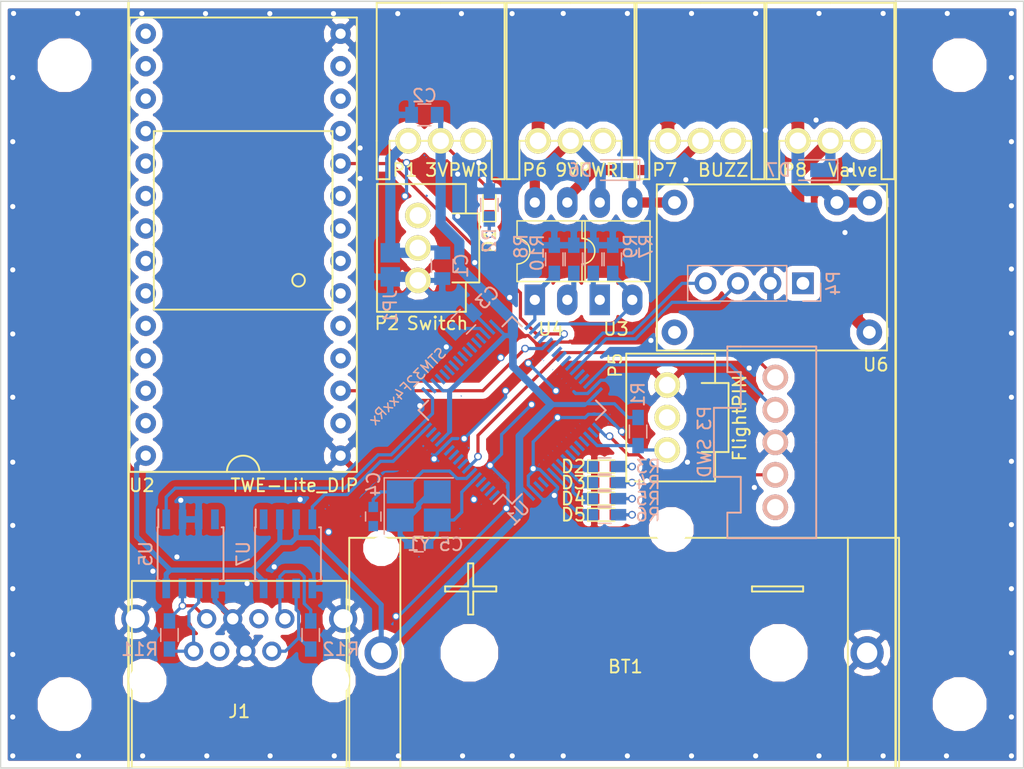
<source format=kicad_pcb>
(kicad_pcb (version 4) (host pcbnew 4.0.6)
  (layers (0 F.Cu signal) (31 B.Cu signal) (34 B.Paste user) (35 F.Paste user) (36 B.SilkS user) (37 F.SilkS user) (38 B.Mask user) (39 F.Mask user) (44 Edge.Cuts user))
  (net 0 "")
  (net 1 +3V3)
  (net 2 GND)
  (net 3 "Net-(C1-Pad2)")
  (net 4 "Net-(C3-Pad1)")
  (net 5 "Net-(C4-Pad1)")
  (net 6 "Net-(C5-Pad1)")
  (net 7 "Net-(D1-Pad1)")
  (net 8 "Net-(D2-Pad2)")
  (net 9 "Net-(D3-Pad2)")
  (net 10 "Net-(D4-Pad2)")
  (net 11 "Net-(D5-Pad2)")
  (net 12 "Net-(D6-Pad2)")
  (net 13 "Net-(D6-Pad1)")
  (net 14 "Net-(D7-Pad2)")
  (net 15 "Net-(D7-Pad1)")
  (net 16 "Net-(J1-Pad2)")
  (net 17 "Net-(J1-Pad1)")
  (net 18 "Net-(J1-Pad7)")
  (net 19 "Net-(J1-Pad8)")
  (net 20 /STM_SWCLK)
  (net 21 /STM_SWDIO)
  (net 22 /STM_RESET)
  (net 23 /DBG_MCURX)
  (net 24 /DBG_MCUTX)
  (net 25 /FlightPin)
  (net 26 "Net-(P7-Pad2)")
  (net 27 /Valve_SIG)
  (net 28 /BUZZ_SIG)
  (net 29 "Net-(R9-Pad1)")
  (net 30 "Net-(R10-Pad1)")
  (net 31 /CMD_MCUTX)
  (net 32 /CMD_MCURX)
  (net 33 /TWE_MCUTX)
  (net 34 /TWE_MCURX)
  (net 35 "Net-(R3-Pad1)")
  (net 36 "Net-(R4-Pad1)")
  (net 37 "Net-(R5-Pad1)")
  (net 38 "Net-(R6-Pad1)")
  (module Mounting_Holes:MountingHole_3.2mm_M3 (layer F.Cu) (at 65 55)
    (fp_text reference REF** hide)
    (fp_text value MountingHole_3.2mm_M3)
    (pad 1 np_thru_hole circle (at 0 0) (size 3.2 3.2) (drill 3.2) (layers *.Cu *.Mask))
  )
  (module Mounting_Holes:MountingHole_3.2mm_M3 (layer F.Cu) (at 65 105)
    (fp_text reference REF** hide)
    (fp_text value MountingHole_3.2mm_M3)
    (pad 1 np_thru_hole circle (at 0 0) (size 3.2 3.2) (drill 3.2) (layers *.Cu *.Mask))
  )
  (module Mounting_Holes:MountingHole_3.2mm_M3 (layer F.Cu) (at 135 105)
    (fp_text reference REF** hide)
    (fp_text value MountingHole_3.2mm_M3)
    (pad 1 np_thru_hole circle (at 0 0) (size 3.2 3.2) (drill 3.2) (layers *.Cu *.Mask))
  )
  (module Resistors_SMD:R_0603_HandSoldering (layer B.Cu) (at 106.35 70.193 90)
    (fp_text reference R9 (at 1.016 2.921 270) (layer B.SilkS) (effects (justify mirror)))
    (fp_text value 120)
    (pad 1 smd rect (at -1.1 0 90) (size 1.2 0.9) (layers B.Cu B.Paste B.Mask) (net 29 "Net-(R9-Pad1)"))
    (pad 2 smd rect (at 1.1 0 90) (size 1.2 0.9) (layers B.Cu B.Paste B.Mask) (net 2 GND))
  )
  (module KUT_Device:BHC-CR123A (layer F.Cu) (at 108.763 100.9905)
    (fp_text reference BT1 (at 0.0985 1.0795) (layer F.SilkS))
    (fp_text value CR123A)
    (pad 1 thru_hole circle (at -19 0) (size 2.6 2.6) (drill 1.6) (layers *.Cu *.Mask) (net 1 +3V3))
    (pad 2 thru_hole circle (at 19 0) (size 2.6 2.6) (drill 1.6) (layers *.Cu *.Mask) (net 2 GND))
    (pad "" np_thru_hole circle (at -12.1 0) (size 3.5 3.5) (drill 3.5) (layers *.Cu *.Mask))
    (pad "" np_thru_hole circle (at 12.1 0) (size 3.5 3.5) (drill 3.5) (layers *.Cu *.Mask))
    (pad "" np_thru_hole circle (at -19 -8.2) (size 1.8 1.8) (drill 1.8) (layers *.Cu *.Mask))
  )
  (module Capacitors_SMD:C_0805 (layer B.Cu) (at 96.19 75.0825 45)
    (fp_text reference C3 (at 2.694077 0 45) (layer B.SilkS) (effects (justify mirror)))
    (fp_text value 10u)
    (pad 1 smd rect (at -1 0 45) (size 1 1.25) (layers B.Cu B.Paste B.Mask) (net 4 "Net-(C3-Pad1)"))
    (pad 2 smd rect (at 1 0 45) (size 1 1.25) (layers B.Cu B.Paste B.Mask) (net 2 GND))
  )
  (module Capacitors_SMD:C_0603 (layer B.Cu) (at 89.1415 90.3225 270)
    (fp_text reference C4 (at -2.54 -0.024 270) (layer B.SilkS) (effects (justify mirror)))
    (fp_text value 10p)
    (pad 1 smd rect (at -0.75 0 270) (size 0.8 0.75) (layers B.Cu B.Paste B.Mask) (net 5 "Net-(C4-Pad1)"))
    (pad 2 smd rect (at 0.75 0 270) (size 0.8 0.75) (layers B.Cu B.Paste B.Mask) (net 2 GND))
  )
  (module Capacitors_SMD:C_0603 (layer B.Cu) (at 92.6975 92.4815 180)
    (fp_text reference C5 (at -2.54 -0.024 180) (layer B.SilkS) (effects (justify mirror)))
    (fp_text value 10p)
    (pad 1 smd rect (at -0.75 0 180) (size 0.8 0.75) (layers B.Cu B.Paste B.Mask) (net 6 "Net-(C5-Pad1)"))
    (pad 2 smd rect (at 0.75 0 180) (size 0.8 0.75) (layers B.Cu B.Paste B.Mask) (net 2 GND))
  )
  (module LEDs:LED_0603 (layer F.Cu) (at 98.222 65.9385 90)
    (fp_text reference D1 (at -2.794 0 90) (layer F.SilkS))
    (fp_text value PWR)
    (pad 2 smd rect (at 0.8 0 270) (size 0.8 0.8) (layers F.Cu F.Paste F.Mask) (net 1 +3V3))
    (pad 1 smd rect (at -0.8 0 270) (size 0.8 0.8) (layers F.Cu F.Paste F.Mask) (net 7 "Net-(D1-Pad1)"))
  )
  (module LEDs:LED_0603 (layer F.Cu) (at 107.226783 86.41235)
    (fp_text reference D2 (at -2.424669 0) (layer F.SilkS))
    (fp_text value LED1)
    (pad 2 smd rect (at 0.8 0 180) (size 0.8 0.8) (layers F.Cu F.Paste F.Mask) (net 8 "Net-(D2-Pad2)"))
    (pad 1 smd rect (at -0.8 0 180) (size 0.8 0.8) (layers F.Cu F.Paste F.Mask) (net 2 GND))
  )
  (module LEDs:LED_0603 (layer F.Cu) (at 107.226783 87.669586)
    (fp_text reference D3 (at -2.424669 0 180) (layer F.SilkS))
    (fp_text value LED2)
    (pad 2 smd rect (at 0.8 0 180) (size 0.8 0.8) (layers F.Cu F.Paste F.Mask) (net 9 "Net-(D3-Pad2)"))
    (pad 1 smd rect (at -0.8 0 180) (size 0.8 0.8) (layers F.Cu F.Paste F.Mask) (net 2 GND))
  )
  (module LEDs:LED_0603 (layer F.Cu) (at 107.226783 88.926822)
    (fp_text reference D4 (at -2.424669 0 180) (layer F.SilkS))
    (fp_text value LED3)
    (pad 2 smd rect (at 0.8 0 180) (size 0.8 0.8) (layers F.Cu F.Paste F.Mask) (net 10 "Net-(D4-Pad2)"))
    (pad 1 smd rect (at -0.8 0 180) (size 0.8 0.8) (layers F.Cu F.Paste F.Mask) (net 2 GND))
  )
  (module LEDs:LED_0603 (layer F.Cu) (at 107.226783 90.184058)
    (fp_text reference D5 (at -2.424669 0) (layer F.SilkS))
    (fp_text value LED4)
    (pad 2 smd rect (at 0.8 0 180) (size 0.8 0.8) (layers F.Cu F.Paste F.Mask) (net 11 "Net-(D5-Pad2)"))
    (pad 1 smd rect (at -0.8 0 180) (size 0.8 0.8) (layers F.Cu F.Paste F.Mask) (net 2 GND))
  )
  (module Diodes_SMD:D_TUMD2 (layer B.Cu) (at 107.874 63.208 180)
    (fp_text reference D6 (at 2.54 0 180) (layer B.SilkS) (effects (justify mirror)))
    (fp_text value RSX101VA)
    (pad 2 smd rect (at 0.95 0) (size 0.8 1.1) (layers B.Cu B.Paste B.Mask) (net 12 "Net-(D6-Pad2)"))
    (pad 1 smd rect (at -0.95 0) (size 2 1.1) (layers B.Cu B.Paste B.Mask) (net 13 "Net-(D6-Pad1)"))
  )
  (module Diodes_SMD:D_TUMD2 (layer B.Cu) (at 123.368 63.208 180)
    (fp_text reference D7 (at 2.54 0 180) (layer B.SilkS) (effects (justify mirror)))
    (fp_text value RSX101VA)
    (pad 2 smd rect (at 0.95 0) (size 0.8 1.1) (layers B.Cu B.Paste B.Mask) (net 14 "Net-(D7-Pad2)"))
    (pad 1 smd rect (at -0.95 0) (size 2 1.1) (layers B.Cu B.Paste B.Mask) (net 15 "Net-(D7-Pad1)"))
  )
  (module KUT_Connector:7810-8P8C (layer F.Cu) (at 78.662 103.1635)
    (fp_text reference J1 (at 0 2.413) (layer F.SilkS))
    (fp_text value RS485)
    (pad "" np_thru_hole circle (at -7.4 0) (size 2.4 2.4) (drill 2.4) (layers *.Cu *.Mask))
    (pad "" np_thru_hole circle (at 7.4 0) (size 2.4 2.4) (drill 2.4) (layers *.Cu *.Mask))
    (pad 9 thru_hole circle (at -8.125 -4.84) (size 2.2 2.2) (drill 1.5) (layers *.Cu *.Mask) (net 2 GND))
    (pad 9 thru_hole circle (at 8.125 -4.84) (size 2.2 2.2) (drill 1.5) (layers *.Cu *.Mask) (net 2 GND))
    (pad 2 thru_hole circle (at -2.55 -4.84) (size 1.5 1.5) (drill 0.9) (layers *.Cu *.Mask) (net 16 "Net-(J1-Pad2)"))
    (pad 3 thru_hole circle (at -1.53 -2.3) (size 1.5 1.5) (drill 0.9) (layers *.Cu *.Mask))
    (pad 1 thru_hole circle (at -3.57 -2.3) (size 1.5 1.5) (drill 0.9) (layers *.Cu *.Mask) (net 17 "Net-(J1-Pad1)"))
    (pad 4 thru_hole circle (at -0.51 -4.84) (size 1.5 1.5) (drill 0.9) (layers *.Cu *.Mask) (net 2 GND))
    (pad 5 thru_hole circle (at 0.51 -2.3) (size 1.5 1.5) (drill 0.9) (layers *.Cu *.Mask) (net 2 GND))
    (pad 6 thru_hole circle (at 1.53 -4.84) (size 1.5 1.5) (drill 0.9) (layers *.Cu *.Mask))
    (pad 7 thru_hole circle (at 2.55 -2.3) (size 1.5 1.5) (drill 0.9) (layers *.Cu *.Mask) (net 18 "Net-(J1-Pad7)"))
    (pad 8 thru_hole circle (at 3.57 -4.84) (size 1.5 1.5) (drill 0.9) (layers *.Cu *.Mask) (net 19 "Net-(J1-Pad8)"))
  )
  (module KUT_Connector:Jumper_NO (layer B.Cu) (at 90.475 70.6248 270)
    (fp_text reference JP1 (at 3.302 0 270) (layer B.SilkS) (effects (justify mirror)))
    (fp_text value JMP)
    (pad 1 smd rect (at -0.9398 0 180) (size 1.524 1.524) (layers B.Cu B.Paste B.Mask) (net 3 "Net-(C1-Pad2)"))
    (pad 2 smd rect (at 0.9398 0) (size 1.524 1.524) (layers B.Cu B.Paste B.Mask) (net 2 GND))
  )
  (module KUT_Connector:DF1E-3P (layer F.Cu) (at 94.412 60.922)
    (fp_text reference P1 (at -2.794 2.286) (layer F.SilkS))
    (fp_text value 3VPWR (at 1.27 2.286) (layer F.SilkS))
    (pad 1 thru_hole circle (at -2.54 0) (size 2 2) (drill 1.3) (layers *.Cu *.Mask F.SilkS) (net 3 "Net-(C1-Pad2)"))
    (pad 2 thru_hole circle (at 0 0) (size 2 2) (drill 1.3) (layers *.Cu *.Mask F.SilkS) (net 1 +3V3))
    (pad 3 thru_hole circle (at 2.54 0) (size 2 2) (drill 1.3) (layers *.Cu *.Mask F.SilkS))
  )
  (module KUT_Connector:DF1E-3P_Straight (layer F.Cu) (at 92.634 69.304 90)
    (fp_text reference P2 (at -5.9055 -2.413 360) (layer F.SilkS))
    (fp_text value Switch (at -5.9055 1.524 180) (layer F.SilkS))
    (pad 1 thru_hole circle (at -2.54 0 270) (size 2 2) (drill 1.3) (layers *.Cu *.Mask F.SilkS) (net 2 GND))
    (pad 2 thru_hole circle (at 0 0 270) (size 2 2) (drill 1.3) (layers *.Cu *.Mask F.SilkS) (net 3 "Net-(C1-Pad2)"))
    (pad 3 thru_hole circle (at 2.54 0 270) (size 2 2) (drill 1.3) (layers *.Cu *.Mask F.SilkS))
  )
  (module KUT_Connector:DF1E-5P_Straight (layer B.Cu) (at 120.5865 84.5185 90)
    (fp_text reference P3 (at 1.8795 -5.537 90) (layer B.SilkS) (effects (justify mirror)))
    (fp_text value SWD (at -1.232 -5.537 90) (layer B.SilkS) (effects (justify mirror)))
    (pad 1 thru_hole circle (at -5.08 0 90) (size 2 2) (drill 1.3) (layers *.Cu *.Mask B.SilkS))
    (pad 2 thru_hole circle (at -2.54 0 90) (size 2 2) (drill 1.3) (layers *.Cu *.Mask B.SilkS) (net 20 /STM_SWCLK))
    (pad 3 thru_hole circle (at 0 0 90) (size 2 2) (drill 1.3) (layers *.Cu *.Mask B.SilkS) (net 2 GND))
    (pad 4 thru_hole circle (at 2.54 0 90) (size 2 2) (drill 1.3) (layers *.Cu *.Mask B.SilkS) (net 21 /STM_SWDIO))
    (pad 5 thru_hole circle (at 5.08 0 90) (size 2 2) (drill 1.3) (layers *.Cu *.Mask B.SilkS) (net 22 /STM_RESET))
  )
  (module Pin_Headers:Pin_Header_Straight_1x04_Pitch2.54mm (layer B.Cu) (at 122.7455 72.0725 90)
    (fp_text reference P4 (at 0 2.39 90) (layer B.SilkS) (effects (justify mirror)))
    (fp_text value Debug)
    (pad 1 thru_hole rect (at 0 0 90) (size 1.7 1.7) (drill 1) (layers *.Cu *.Mask))
    (pad 2 thru_hole oval (at 0 -2.54 90) (size 1.7 1.7) (drill 1) (layers *.Cu *.Mask) (net 2 GND))
    (pad 3 thru_hole oval (at 0 -5.08 90) (size 1.7 1.7) (drill 1) (layers *.Cu *.Mask) (net 23 /DBG_MCURX))
    (pad 4 thru_hole oval (at 0 -7.62 90) (size 1.7 1.7) (drill 1) (layers *.Cu *.Mask) (net 24 /DBG_MCUTX))
  )
  (module KUT_Connector:DF1E-3P_Straight (layer F.Cu) (at 112.1285 82.5755 90)
    (fp_text reference P5 (at 4.0895 -4.0515 270) (layer F.SilkS))
    (fp_text value FlightPIN (at -0.038 5.664 90) (layer F.SilkS))
    (pad 1 thru_hole circle (at -2.54 0 270) (size 2 2) (drill 1.3) (layers *.Cu *.Mask F.SilkS) (net 25 /FlightPin))
    (pad 2 thru_hole circle (at 0 0 270) (size 2 2) (drill 1.3) (layers *.Cu *.Mask F.SilkS))
    (pad 3 thru_hole circle (at 2.54 0 270) (size 2 2) (drill 1.3) (layers *.Cu *.Mask F.SilkS) (net 2 GND))
  )
  (module KUT_Connector:DF1E-3P (layer F.Cu) (at 104.572 60.922)
    (fp_text reference P6 (at -2.794 2.286) (layer F.SilkS))
    (fp_text value 9VPWR (at 1.27 2.286) (layer F.SilkS))
    (pad 1 thru_hole circle (at -2.54 0) (size 2 2) (drill 1.3) (layers *.Cu *.Mask F.SilkS) (net 14 "Net-(D7-Pad2)"))
    (pad 2 thru_hole circle (at 0 0) (size 2 2) (drill 1.3) (layers *.Cu *.Mask F.SilkS) (net 12 "Net-(D6-Pad2)"))
    (pad 3 thru_hole circle (at 2.54 0) (size 2 2) (drill 1.3) (layers *.Cu *.Mask F.SilkS))
  )
  (module KUT_Connector:DF1E-3P (layer F.Cu) (at 114.732 60.922)
    (fp_text reference P7 (at -2.794 2.286) (layer F.SilkS))
    (fp_text value BUZZ (at 1.778 2.286) (layer F.SilkS))
    (pad 1 thru_hole circle (at -2.54 0) (size 2 2) (drill 1.3) (layers *.Cu *.Mask F.SilkS) (net 14 "Net-(D7-Pad2)"))
    (pad 2 thru_hole circle (at 0 0) (size 2 2) (drill 1.3) (layers *.Cu *.Mask F.SilkS) (net 26 "Net-(P7-Pad2)"))
    (pad 3 thru_hole circle (at 2.54 0) (size 2 2) (drill 1.3) (layers *.Cu *.Mask F.SilkS))
  )
  (module KUT_Connector:DF1E-3P (layer F.Cu) (at 124.892 60.922)
    (fp_text reference P8 (at -2.794 2.286) (layer F.SilkS))
    (fp_text value Valve (at 1.778 2.286) (layer F.SilkS))
    (pad 1 thru_hole circle (at -2.54 0) (size 2 2) (drill 1.3) (layers *.Cu *.Mask F.SilkS) (net 14 "Net-(D7-Pad2)"))
    (pad 2 thru_hole circle (at 0 0) (size 2 2) (drill 1.3) (layers *.Cu *.Mask F.SilkS) (net 15 "Net-(D7-Pad1)"))
    (pad 3 thru_hole circle (at 2.54 0) (size 2 2) (drill 1.3) (layers *.Cu *.Mask F.SilkS))
  )
  (module Resistors_SMD:R_0603_HandSoldering (layer B.Cu) (at 109.855 83.672501 270)
    (fp_text reference R1 (at -2.900501 0 270) (layer B.SilkS) (effects (justify mirror)))
    (fp_text value 10k)
    (pad 1 smd rect (at -1.1 0 270) (size 1.2 0.9) (layers B.Cu B.Paste B.Mask) (net 1 +3V3))
    (pad 2 smd rect (at 1.1 0 270) (size 1.2 0.9) (layers B.Cu B.Paste B.Mask) (net 25 /FlightPin))
  )
  (module Resistors_SMD:R_0603_HandSoldering (layer B.Cu) (at 98.222 65.9385 90)
    (fp_text reference R2 (at -2.794 0 90) (layer B.SilkS) (effects (justify mirror)))
    (fp_text value 300)
    (pad 1 smd rect (at -1.1 0 90) (size 1.2 0.9) (layers B.Cu B.Paste B.Mask) (net 7 "Net-(D1-Pad1)"))
    (pad 2 smd rect (at 1.1 0 90) (size 1.2 0.9) (layers B.Cu B.Paste B.Mask) (net 2 GND))
  )
  (module Resistors_SMD:R_0603_HandSoldering (layer B.Cu) (at 107.226783 86.41235)
    (fp_text reference R3 (at 3.412497 0) (layer B.SilkS) (effects (justify mirror)))
    (fp_text value 300)
    (pad 1 smd rect (at -1.1 0) (size 1.2 0.9) (layers B.Cu B.Paste B.Mask) (net 35 "Net-(R3-Pad1)"))
    (pad 2 smd rect (at 1.1 0) (size 1.2 0.9) (layers B.Cu B.Paste B.Mask) (net 8 "Net-(D2-Pad2)"))
  )
  (module Resistors_SMD:R_0603_HandSoldering (layer B.Cu) (at 107.226783 87.669586)
    (fp_text reference R4 (at 3.412497 0) (layer B.SilkS) (effects (justify mirror)))
    (fp_text value 300)
    (pad 1 smd rect (at -1.1 0) (size 1.2 0.9) (layers B.Cu B.Paste B.Mask) (net 36 "Net-(R4-Pad1)"))
    (pad 2 smd rect (at 1.1 0) (size 1.2 0.9) (layers B.Cu B.Paste B.Mask) (net 9 "Net-(D3-Pad2)"))
  )
  (module Resistors_SMD:R_0603_HandSoldering (layer B.Cu) (at 107.226783 88.926822)
    (fp_text reference R5 (at 3.412497 0) (layer B.SilkS) (effects (justify mirror)))
    (fp_text value 300)
    (pad 1 smd rect (at -1.1 0) (size 1.2 0.9) (layers B.Cu B.Paste B.Mask) (net 37 "Net-(R5-Pad1)"))
    (pad 2 smd rect (at 1.1 0) (size 1.2 0.9) (layers B.Cu B.Paste B.Mask) (net 10 "Net-(D4-Pad2)"))
  )
  (module Resistors_SMD:R_0603_HandSoldering (layer B.Cu) (at 107.226783 90.184058)
    (fp_text reference R6 (at 3.412497 0) (layer B.SilkS) (effects (justify mirror)))
    (fp_text value 300)
    (pad 1 smd rect (at -1.1 0) (size 1.2 0.9) (layers B.Cu B.Paste B.Mask) (net 38 "Net-(R6-Pad1)"))
    (pad 2 smd rect (at 1.1 0) (size 1.2 0.9) (layers B.Cu B.Paste B.Mask) (net 11 "Net-(D5-Pad2)"))
  )
  (module Resistors_SMD:R_0603_HandSoldering (layer B.Cu) (at 107.874 70.193 90)
    (fp_text reference R7 (at 1.016001 2.6035 90) (layer B.SilkS) (effects (justify mirror)))
    (fp_text value 1k)
    (pad 1 smd rect (at -1.1 0 90) (size 1.2 0.9) (layers B.Cu B.Paste B.Mask) (net 27 /Valve_SIG))
    (pad 2 smd rect (at 1.1 0 90) (size 1.2 0.9) (layers B.Cu B.Paste B.Mask) (net 2 GND))
  )
  (module Resistors_SMD:R_0603_HandSoldering (layer B.Cu) (at 103.302 70.193 90)
    (fp_text reference R8 (at 1.016 -2.6035 90) (layer B.SilkS) (effects (justify mirror)))
    (fp_text value 1k)
    (pad 1 smd rect (at -1.1 0 90) (size 1.2 0.9) (layers B.Cu B.Paste B.Mask) (net 28 /BUZZ_SIG))
    (pad 2 smd rect (at 1.1 0 90) (size 1.2 0.9) (layers B.Cu B.Paste B.Mask) (net 2 GND))
  )
  (module Resistors_SMD:R_0603_HandSoldering (layer B.Cu) (at 104.826 70.193 90)
    (fp_text reference R10 (at 0.508 -2.8575 90) (layer B.SilkS) (effects (justify mirror)))
    (fp_text value 120)
    (pad 1 smd rect (at -1.1 0 90) (size 1.2 0.9) (layers B.Cu B.Paste B.Mask) (net 30 "Net-(R10-Pad1)"))
    (pad 2 smd rect (at 1.1 0 90) (size 1.2 0.9) (layers B.Cu B.Paste B.Mask) (net 2 GND))
  )
  (module Resistors_SMD:R_0603_HandSoldering (layer B.Cu) (at 73.203 99.5935 90)
    (fp_text reference R11 (at -1.1175 -2.337 180) (layer B.SilkS) (effects (justify mirror)))
    (fp_text value 220)
    (pad 1 smd rect (at -1.1 0 90) (size 1.2 0.9) (layers B.Cu B.Paste B.Mask) (net 17 "Net-(J1-Pad1)"))
    (pad 2 smd rect (at 1.1 0 90) (size 1.2 0.9) (layers B.Cu B.Paste B.Mask) (net 16 "Net-(J1-Pad2)"))
  )
  (module Resistors_SMD:R_0603_HandSoldering (layer B.Cu) (at 84.252 99.5935 270)
    (fp_text reference R12 (at 1.1175 -2.362 540) (layer B.SilkS) (effects (justify mirror)))
    (fp_text value 220)
    (pad 1 smd rect (at -1.1 0 270) (size 1.2 0.9) (layers B.Cu B.Paste B.Mask) (net 19 "Net-(J1-Pad8)"))
    (pad 2 smd rect (at 1.1 0 270) (size 1.2 0.9) (layers B.Cu B.Paste B.Mask) (net 18 "Net-(J1-Pad7)"))
  )
  (module Housings_QFP:LQFP-64_10x10mm_Pitch0.5mm (layer B.Cu) (at 100 82.004 45)
    (fp_text reference U1 (at -5.388154 6.016772 45) (layer B.SilkS) (effects (justify mirror)))
    (fp_text value STM32F4xxRx (at -4.463258 -7.103595 45) (layer B.SilkS) (effects (font (size 0.8 0.8) (thickness 0.12)) (justify mirror)))
    (pad 1 smd rect (at -5.7 3.75 45) (size 1 0.25) (layers B.Cu B.Paste B.Mask))
    (pad 2 smd rect (at -5.7 3.25 45) (size 1 0.25) (layers B.Cu B.Paste B.Mask))
    (pad 3 smd rect (at -5.7 2.75 45) (size 1 0.25) (layers B.Cu B.Paste B.Mask))
    (pad 4 smd rect (at -5.7 2.25 45) (size 1 0.25) (layers B.Cu B.Paste B.Mask))
    (pad 5 smd rect (at -5.7 1.75 45) (size 1 0.25) (layers B.Cu B.Paste B.Mask) (net 6 "Net-(C5-Pad1)"))
    (pad 6 smd rect (at -5.7 1.25 45) (size 1 0.25) (layers B.Cu B.Paste B.Mask) (net 5 "Net-(C4-Pad1)"))
    (pad 7 smd rect (at -5.7 0.75 45) (size 1 0.25) (layers B.Cu B.Paste B.Mask) (net 22 /STM_RESET))
    (pad 8 smd rect (at -5.7 0.25 45) (size 1 0.25) (layers B.Cu B.Paste B.Mask))
    (pad 9 smd rect (at -5.7 -0.25 45) (size 1 0.25) (layers B.Cu B.Paste B.Mask))
    (pad 10 smd rect (at -5.7 -0.75 45) (size 1 0.25) (layers B.Cu B.Paste B.Mask))
    (pad 11 smd rect (at -5.7 -1.25 45) (size 1 0.25) (layers B.Cu B.Paste B.Mask))
    (pad 12 smd rect (at -5.7 -1.75 45) (size 1 0.25) (layers B.Cu B.Paste B.Mask) (net 2 GND))
    (pad 13 smd rect (at -5.7 -2.25 45) (size 1 0.25) (layers B.Cu B.Paste B.Mask) (net 1 +3V3))
    (pad 14 smd rect (at -5.7 -2.75 45) (size 1 0.25) (layers B.Cu B.Paste B.Mask))
    (pad 15 smd rect (at -5.7 -3.25 45) (size 1 0.25) (layers B.Cu B.Paste B.Mask))
    (pad 16 smd rect (at -5.7 -3.75 45) (size 1 0.25) (layers B.Cu B.Paste B.Mask) (net 31 /CMD_MCUTX))
    (pad 17 smd rect (at -3.75 -5.7 315) (size 1 0.25) (layers B.Cu B.Paste B.Mask) (net 32 /CMD_MCURX))
    (pad 18 smd rect (at -3.25 -5.7 315) (size 1 0.25) (layers B.Cu B.Paste B.Mask) (net 2 GND))
    (pad 19 smd rect (at -2.75 -5.7 315) (size 1 0.25) (layers B.Cu B.Paste B.Mask) (net 1 +3V3))
    (pad 20 smd rect (at -2.25 -5.7 315) (size 1 0.25) (layers B.Cu B.Paste B.Mask))
    (pad 21 smd rect (at -1.75 -5.7 315) (size 1 0.25) (layers B.Cu B.Paste B.Mask))
    (pad 22 smd rect (at -1.25 -5.7 315) (size 1 0.25) (layers B.Cu B.Paste B.Mask))
    (pad 23 smd rect (at -0.75 -5.7 315) (size 1 0.25) (layers B.Cu B.Paste B.Mask))
    (pad 24 smd rect (at -0.25 -5.7 315) (size 1 0.25) (layers B.Cu B.Paste B.Mask))
    (pad 25 smd rect (at 0.25 -5.7 315) (size 1 0.25) (layers B.Cu B.Paste B.Mask))
    (pad 26 smd rect (at 0.75 -5.7 315) (size 1 0.25) (layers B.Cu B.Paste B.Mask))
    (pad 27 smd rect (at 1.25 -5.7 315) (size 1 0.25) (layers B.Cu B.Paste B.Mask))
    (pad 28 smd rect (at 1.75 -5.7 315) (size 1 0.25) (layers B.Cu B.Paste B.Mask))
    (pad 29 smd rect (at 2.25 -5.7 315) (size 1 0.25) (layers B.Cu B.Paste B.Mask))
    (pad 30 smd rect (at 2.75 -5.7 315) (size 1 0.25) (layers B.Cu B.Paste B.Mask) (net 4 "Net-(C3-Pad1)"))
    (pad 31 smd rect (at 3.25 -5.7 315) (size 1 0.25) (layers B.Cu B.Paste B.Mask) (net 2 GND))
    (pad 32 smd rect (at 3.75 -5.7 315) (size 1 0.25) (layers B.Cu B.Paste B.Mask) (net 1 +3V3))
    (pad 33 smd rect (at 5.7 -3.75 45) (size 1 0.25) (layers B.Cu B.Paste B.Mask) (net 28 /BUZZ_SIG))
    (pad 34 smd rect (at 5.7 -3.25 45) (size 1 0.25) (layers B.Cu B.Paste B.Mask) (net 27 /Valve_SIG))
    (pad 35 smd rect (at 5.7 -2.75 45) (size 1 0.25) (layers B.Cu B.Paste B.Mask))
    (pad 36 smd rect (at 5.7 -2.25 45) (size 1 0.25) (layers B.Cu B.Paste B.Mask))
    (pad 37 smd rect (at 5.7 -1.75 45) (size 1 0.25) (layers B.Cu B.Paste B.Mask) (net 33 /TWE_MCUTX))
    (pad 38 smd rect (at 5.7 -1.25 45) (size 1 0.25) (layers B.Cu B.Paste B.Mask) (net 34 /TWE_MCURX))
    (pad 39 smd rect (at 5.7 -0.75 45) (size 1 0.25) (layers B.Cu B.Paste B.Mask))
    (pad 40 smd rect (at 5.7 -0.25 45) (size 1 0.25) (layers B.Cu B.Paste B.Mask))
    (pad 41 smd rect (at 5.7 0.25 45) (size 1 0.25) (layers B.Cu B.Paste B.Mask))
    (pad 42 smd rect (at 5.7 0.75 45) (size 1 0.25) (layers B.Cu B.Paste B.Mask) (net 24 /DBG_MCUTX))
    (pad 43 smd rect (at 5.7 1.25 45) (size 1 0.25) (layers B.Cu B.Paste B.Mask) (net 23 /DBG_MCURX))
    (pad 44 smd rect (at 5.7 1.75 45) (size 1 0.25) (layers B.Cu B.Paste B.Mask))
    (pad 45 smd rect (at 5.7 2.25 45) (size 1 0.25) (layers B.Cu B.Paste B.Mask))
    (pad 46 smd rect (at 5.7 2.75 45) (size 1 0.25) (layers B.Cu B.Paste B.Mask) (net 21 /STM_SWDIO))
    (pad 47 smd rect (at 5.7 3.25 45) (size 1 0.25) (layers B.Cu B.Paste B.Mask) (net 2 GND))
    (pad 48 smd rect (at 5.7 3.75 45) (size 1 0.25) (layers B.Cu B.Paste B.Mask) (net 1 +3V3))
    (pad 49 smd rect (at 3.75 5.7 315) (size 1 0.25) (layers B.Cu B.Paste B.Mask) (net 20 /STM_SWCLK))
    (pad 50 smd rect (at 3.25 5.7 315) (size 1 0.25) (layers B.Cu B.Paste B.Mask))
    (pad 51 smd rect (at 2.75 5.7 315) (size 1 0.25) (layers B.Cu B.Paste B.Mask) (net 25 /FlightPin))
    (pad 52 smd rect (at 2.25 5.7 315) (size 1 0.25) (layers B.Cu B.Paste B.Mask))
    (pad 53 smd rect (at 1.75 5.7 315) (size 1 0.25) (layers B.Cu B.Paste B.Mask))
    (pad 54 smd rect (at 1.25 5.7 315) (size 1 0.25) (layers B.Cu B.Paste B.Mask))
    (pad 55 smd rect (at 0.75 5.7 315) (size 1 0.25) (layers B.Cu B.Paste B.Mask))
    (pad 56 smd rect (at 0.25 5.7 315) (size 1 0.25) (layers B.Cu B.Paste B.Mask) (net 35 "Net-(R3-Pad1)"))
    (pad 57 smd rect (at -0.25 5.7 315) (size 1 0.25) (layers B.Cu B.Paste B.Mask) (net 36 "Net-(R4-Pad1)"))
    (pad 58 smd rect (at -0.75 5.7 315) (size 1 0.25) (layers B.Cu B.Paste B.Mask) (net 37 "Net-(R5-Pad1)"))
    (pad 59 smd rect (at -1.25 5.7 315) (size 1 0.25) (layers B.Cu B.Paste B.Mask) (net 38 "Net-(R6-Pad1)"))
    (pad 60 smd rect (at -1.75 5.7 315) (size 1 0.25) (layers B.Cu B.Paste B.Mask) (net 2 GND))
    (pad 61 smd rect (at -2.25 5.7 315) (size 1 0.25) (layers B.Cu B.Paste B.Mask))
    (pad 62 smd rect (at -2.75 5.7 315) (size 1 0.25) (layers B.Cu B.Paste B.Mask))
    (pad 63 smd rect (at -3.25 5.7 315) (size 1 0.25) (layers B.Cu B.Paste B.Mask) (net 2 GND))
    (pad 64 smd rect (at -3.75 5.7 315) (size 1 0.25) (layers B.Cu B.Paste B.Mask) (net 1 +3V3))
  )
  (module KUT_CommIC:TWE-Lite_DIP_28P (layer F.Cu) (at 78.9688 69.05 180)
    (fp_text reference U2 (at 7.925 -18.834 180) (layer F.SilkS))
    (fp_text value TWE-Lite_DIP (at -4.013 -18.834 180) (layer F.SilkS))
    (pad 2 thru_hole circle (at -7.62 -13.97 180) (size 1.6 1.6) (drill 0.8) (layers *.Cu *.Mask))
    (pad 3 thru_hole circle (at -7.62 -11.43 180) (size 1.6 1.6) (drill 0.8) (layers *.Cu *.Mask) (net 33 /TWE_MCUTX))
    (pad 4 thru_hole circle (at -7.62 -8.89 180) (size 1.6 1.6) (drill 0.8) (layers *.Cu *.Mask))
    (pad 5 thru_hole circle (at -7.62 -6.35 180) (size 1.6 1.6) (drill 0.8) (layers *.Cu *.Mask))
    (pad 6 thru_hole circle (at -7.62 -3.81 180) (size 1.6 1.6) (drill 0.8) (layers *.Cu *.Mask))
    (pad 7 thru_hole circle (at -7.62 -1.27 180) (size 1.6 1.6) (drill 0.8) (layers *.Cu *.Mask))
    (pad 9 thru_hole circle (at -7.62 3.81 180) (size 1.6 1.6) (drill 0.8) (layers *.Cu *.Mask))
    (pad 8 thru_hole circle (at -7.62 1.27 180) (size 1.6 1.6) (drill 0.8) (layers *.Cu *.Mask))
    (pad 10 thru_hole circle (at -7.62 6.35 180) (size 1.6 1.6) (drill 0.8) (layers *.Cu *.Mask) (net 34 /TWE_MCURX))
    (pad 11 thru_hole circle (at -7.62 8.89 180) (size 1.6 1.6) (drill 0.8) (layers *.Cu *.Mask))
    (pad 12 thru_hole circle (at -7.62 11.43 180) (size 1.6 1.6) (drill 0.8) (layers *.Cu *.Mask))
    (pad 13 thru_hole circle (at -7.62 13.97 180) (size 1.6 1.6) (drill 0.8) (layers *.Cu *.Mask))
    (pad 1 thru_hole circle (at -7.62 -16.51 180) (size 1.6 1.6) (drill 0.8) (layers *.Cu *.Mask) (net 2 GND))
    (pad 14 thru_hole circle (at -7.62 16.51 180) (size 1.6 1.6) (drill 0.8) (layers *.Cu *.Mask) (net 2 GND))
    (pad 18 thru_hole circle (at 7.62 8.89 180) (size 1.6 1.6) (drill 0.8) (layers *.Cu *.Mask))
    (pad 17 thru_hole circle (at 7.62 11.43 180) (size 1.6 1.6) (drill 0.8) (layers *.Cu *.Mask))
    (pad 16 thru_hole circle (at 7.62 13.97 180) (size 1.6 1.6) (drill 0.8) (layers *.Cu *.Mask))
    (pad 19 thru_hole circle (at 7.62 6.35 180) (size 1.6 1.6) (drill 0.8) (layers *.Cu *.Mask))
    (pad 15 thru_hole circle (at 7.62 16.51 180) (size 1.6 1.6) (drill 0.8) (layers *.Cu *.Mask))
    (pad 20 thru_hole circle (at 7.62 3.81 180) (size 1.6 1.6) (drill 0.8) (layers *.Cu *.Mask))
    (pad 21 thru_hole circle (at 7.62 1.27 180) (size 1.6 1.6) (drill 0.8) (layers *.Cu *.Mask))
    (pad 28 thru_hole circle (at 7.62 -16.51 180) (size 1.6 1.6) (drill 0.8) (layers *.Cu *.Mask) (net 1 +3V3))
    (pad 26 thru_hole circle (at 7.62 -11.43 180) (size 1.6 1.6) (drill 0.8) (layers *.Cu *.Mask))
    (pad 24 thru_hole circle (at 7.62 -6.35 180) (size 1.6 1.6) (drill 0.8) (layers *.Cu *.Mask))
    (pad 27 thru_hole circle (at 7.62 -13.97 180) (size 1.6 1.6) (drill 0.8) (layers *.Cu *.Mask))
    (pad 22 thru_hole circle (at 7.62 -1.27 180) (size 1.6 1.6) (drill 0.8) (layers *.Cu *.Mask))
    (pad 23 thru_hole circle (at 7.62 -3.81 180) (size 1.6 1.6) (drill 0.8) (layers *.Cu *.Mask))
    (pad 25 thru_hole circle (at 7.62 -8.89 180) (size 1.6 1.6) (drill 0.8) (layers *.Cu *.Mask))
  )
  (module Housings_DIP:DIP-4_W7.62mm_LongPads (layer F.Cu) (at 106.858 73.368 90)
    (fp_text reference U3 (at -2.286 1.27 180) (layer F.SilkS))
    (fp_text value TLP241A)
    (pad 1 thru_hole rect (at 0 0 90) (size 2.4 1.6) (drill 0.8) (layers *.Cu *.Mask) (net 29 "Net-(R9-Pad1)"))
    (pad 3 thru_hole oval (at 7.62 2.54 90) (size 2.4 1.6) (drill 0.8) (layers *.Cu *.Mask) (net 13 "Net-(D6-Pad1)"))
    (pad 2 thru_hole oval (at 0 2.54 90) (size 2.4 1.6) (drill 0.8) (layers *.Cu *.Mask) (net 27 /Valve_SIG))
    (pad 4 thru_hole oval (at 7.62 0 90) (size 2.4 1.6) (drill 0.8) (layers *.Cu *.Mask) (net 12 "Net-(D6-Pad2)"))
  )
  (module Housings_DIP:DIP-4_W7.62mm_LongPads (layer F.Cu) (at 101.778 73.368 90)
    (fp_text reference U4 (at -2.286 1.27 180) (layer F.SilkS))
    (fp_text value TLP241A)
    (pad 1 thru_hole rect (at 0 0 90) (size 2.4 1.6) (drill 0.8) (layers *.Cu *.Mask) (net 28 /BUZZ_SIG))
    (pad 3 thru_hole oval (at 7.62 2.54 90) (size 2.4 1.6) (drill 0.8) (layers *.Cu *.Mask) (net 26 "Net-(P7-Pad2)"))
    (pad 2 thru_hole oval (at 0 2.54 90) (size 2.4 1.6) (drill 0.8) (layers *.Cu *.Mask) (net 30 "Net-(R10-Pad1)"))
    (pad 4 thru_hole oval (at 7.62 0 90) (size 2.4 1.6) (drill 0.8) (layers *.Cu *.Mask) (net 12 "Net-(D6-Pad2)"))
  )
  (module Housings_SOIC:SOIC-8_3.9x4.9mm_Pitch1.27mm (layer B.Cu) (at 74.854 93.2435 270)
    (fp_text reference U5 (at 0 3.5 270) (layer B.SilkS) (effects (justify mirror)))
    (fp_text value ST1480AxDR)
    (pad 1 smd rect (at -2.7 1.905 270) (size 1.55 0.6) (layers B.Cu B.Paste B.Mask) (net 32 /CMD_MCURX))
    (pad 2 smd rect (at -2.7 0.635 270) (size 1.55 0.6) (layers B.Cu B.Paste B.Mask) (net 2 GND))
    (pad 3 smd rect (at -2.7 -0.635 270) (size 1.55 0.6) (layers B.Cu B.Paste B.Mask) (net 2 GND))
    (pad 4 smd rect (at -2.7 -1.905 270) (size 1.55 0.6) (layers B.Cu B.Paste B.Mask))
    (pad 5 smd rect (at 2.7 -1.905 270) (size 1.55 0.6) (layers B.Cu B.Paste B.Mask) (net 2 GND))
    (pad 6 smd rect (at 2.7 -0.635 270) (size 1.55 0.6) (layers B.Cu B.Paste B.Mask) (net 17 "Net-(J1-Pad1)"))
    (pad 7 smd rect (at 2.7 0.635 270) (size 1.55 0.6) (layers B.Cu B.Paste B.Mask) (net 16 "Net-(J1-Pad2)"))
    (pad 8 smd rect (at 2.7 1.905 270) (size 1.55 0.6) (layers B.Cu B.Paste B.Mask) (net 1 +3V3))
  )
  (module KUT_Device:LM2733_UpConvertModule (layer F.Cu) (at 120.32 70.828 180)
    (fp_text reference U6 (at -8.128 -7.62 180) (layer F.SilkS))
    (fp_text value LM2733_UpConvertModule)
    (pad 1 thru_hole circle (at -7.62 -5.08 180) (size 2 2) (drill 1) (layers *.Cu *.Mask) (net 15 "Net-(D7-Pad1)"))
    (pad 2 thru_hole circle (at -7.62 5.08 180) (size 2 2) (drill 1) (layers *.Cu *.Mask) (net 14 "Net-(D7-Pad2)"))
    (pad 3 thru_hole circle (at -5.08 5.08 180) (size 2 2) (drill 1) (layers *.Cu *.Mask) (net 14 "Net-(D7-Pad2)"))
    (pad 4 thru_hole circle (at 7.62 5.08 180) (size 2 2) (drill 1) (layers *.Cu *.Mask) (net 13 "Net-(D6-Pad1)"))
    (pad 5 thru_hole circle (at 7.62 -5.08 180) (size 2 2) (drill 1) (layers *.Cu *.Mask))
  )
  (module Housings_SOIC:SOIC-8_3.9x4.9mm_Pitch1.27mm (layer B.Cu) (at 82.474 93.2435 270)
    (fp_text reference U7 (at 0 3.5 270) (layer B.SilkS) (effects (justify mirror)))
    (fp_text value ST1480AxDR)
    (pad 1 smd rect (at -2.7 1.905 270) (size 1.55 0.6) (layers B.Cu B.Paste B.Mask))
    (pad 2 smd rect (at -2.7 0.635 270) (size 1.55 0.6) (layers B.Cu B.Paste B.Mask) (net 1 +3V3))
    (pad 3 smd rect (at -2.7 -0.635 270) (size 1.55 0.6) (layers B.Cu B.Paste B.Mask) (net 1 +3V3))
    (pad 4 smd rect (at -2.7 -1.905 270) (size 1.55 0.6) (layers B.Cu B.Paste B.Mask) (net 31 /CMD_MCUTX))
    (pad 5 smd rect (at 2.7 -1.905 270) (size 1.55 0.6) (layers B.Cu B.Paste B.Mask) (net 2 GND))
    (pad 6 smd rect (at 2.7 -0.635 270) (size 1.55 0.6) (layers B.Cu B.Paste B.Mask) (net 18 "Net-(J1-Pad7)"))
    (pad 7 smd rect (at 2.7 0.635 270) (size 1.55 0.6) (layers B.Cu B.Paste B.Mask) (net 19 "Net-(J1-Pad8)"))
    (pad 8 smd rect (at 2.7 1.905 270) (size 1.55 0.6) (layers B.Cu B.Paste B.Mask) (net 1 +3V3))
  )
  (module Crystals:Crystal_SMD_SeikoEpson_FA238-4pin_3.2x2.5mm_HandSoldering (layer B.Cu) (at 92.6975 89.497)
    (fp_text reference Y1 (at 0 3) (layer B.SilkS) (effects (justify mirror)))
    (fp_text value FA238)
    (pad 1 smd rect (at -1.45 -1.1) (size 2.1 1.8) (layers B.Cu B.Mask) (net 5 "Net-(C4-Pad1)"))
    (pad 2 smd rect (at 1.45 -1.1) (size 2.1 1.8) (layers B.Cu B.Mask) (net 2 GND))
    (pad 3 smd rect (at 1.45 1.1) (size 2.1 1.8) (layers B.Cu B.Mask) (net 6 "Net-(C5-Pad1)"))
    (pad 4 smd rect (at -1.45 1.1) (size 2.1 1.8) (layers B.Cu B.Mask) (net 2 GND))
  )
  (module Mounting_Holes:MountingHole_2.5mm (layer F.Cu) (at 112.446 91.3385)
    (fp_text reference REF** hide)
    (fp_text value MountingHole_2.5mm)
    (pad 1 np_thru_hole circle (at 0 0) (size 2.5 2.5) (drill 2.5) (layers *.Cu *.Mask))
  )
  (module Mounting_Holes:MountingHole_3.2mm_M3 (layer F.Cu) (at 135 55)
    (fp_text reference REF** hide)
    (fp_text value MountingHole_3.2mm_M3)
    (pad 1 np_thru_hole circle (at 0 0) (size 3.2 3.2) (drill 3.2) (layers *.Cu *.Mask))
  )
  (module Capacitors_SMD:C_0805 (layer B.Cu) (at 94.539 70.701 90)
    (fp_text reference C1 (at 0 1.5 90) (layer B.SilkS) (effects (justify mirror)))
    (fp_text value 1u)
    (pad 1 smd rect (at -1 0 90) (size 1 1.25) (layers B.Cu B.Paste B.Mask) (net 2 GND))
    (pad 2 smd rect (at 1 0 90) (size 1 1.25) (layers B.Cu B.Paste B.Mask) (net 3 "Net-(C1-Pad2)"))
  )
  (module Capacitors_SMD:C_0805 (layer B.Cu) (at 93.142 58.89 180)
    (fp_text reference C2 (at 0 1.5 180) (layer B.SilkS) (effects (justify mirror)))
    (fp_text value 1u)
    (pad 1 smd rect (at -1 0 180) (size 1 1.25) (layers B.Cu B.Paste B.Mask) (net 1 +3V3))
    (pad 2 smd rect (at 1 0 180) (size 1 1.25) (layers B.Cu B.Paste B.Mask) (net 2 GND))
  )
  (gr_line (start 60 110) (end 60 50) (layer Edge.Cuts) (width 0.1))
  (gr_line (start 140 110) (end 60 110) (layer Edge.Cuts) (width 0.1))
  (gr_line (start 140 50) (end 140 110) (layer Edge.Cuts) (width 0.1))
  (gr_line (start 60 50) (end 140 50) (layer Edge.Cuts) (width 0.1))
  (gr_line (start 130 50) (end 130 110) (layer F.SilkS) (width 0.2))
  (gr_line (start 70 50) (end 70 110) (layer F.SilkS) (width 0.2))
  (segment (start 73.2665 94.5135) (end 70.6376 91.8846) (width 0.4) (layer B.Cu) (net 1))
  (segment (start 70.6376 91.8846) (end 70.6376 86.2712) (width 0.4) (layer B.Cu) (net 1))
  (segment (start 70.6376 86.2712) (end 71.3488 85.56) (width 0.4) (layer B.Cu) (net 1))
  (segment (start 94.412 60.922) (end 94.412 59.16) (width 0.4) (layer B.Cu) (net 1))
  (segment (start 94.412 59.16) (end 94.142 58.89) (width 0.4) (layer B.Cu) (net 1))
  (segment (start 101.378858 88.686159) (end 100.5715 87.878801) (width 0.25) (layer B.Cu) (net 1))
  (segment (start 100.5715 90.182) (end 89.763 100.9905) (width 0.6) (layer B.Cu) (net 1))
  (segment (start 100.5715 87.878801) (end 100.5715 90.182) (width 0.6) (layer B.Cu) (net 1))
  (segment (start 100.5715 84.036) (end 100.5715 87.878801) (width 0.6) (layer B.Cu) (net 1))
  (segment (start 103.048 81.5595) (end 100.5715 84.036) (width 0.6) (layer B.Cu) (net 1))
  (segment (start 100.0635 76.162) (end 100.0635 78.575) (width 0.6) (layer B.Cu) (net 1))
  (segment (start 100.0635 78.575) (end 103.048 81.5595) (width 0.6) (layer B.Cu) (net 1))
  (segment (start 72.949 95.9435) (end 72.949 94.831) (width 0.4) (layer B.Cu) (net 1))
  (segment (start 72.949 94.831) (end 73.2665 94.5135) (width 0.4) (layer B.Cu) (net 1))
  (segment (start 73.2665 94.5135) (end 73.838 94.5135) (width 0.4) (layer B.Cu) (net 1))
  (segment (start 84.506 91.9735) (end 89.763 97.2305) (width 0.4) (layer B.Cu) (net 1))
  (segment (start 89.763 97.2305) (end 89.763 100.9905) (width 0.4) (layer B.Cu) (net 1))
  (segment (start 83.109 91.9735) (end 84.506 91.9735) (width 0.4) (layer B.Cu) (net 1))
  (segment (start 109.855 82.572501) (end 109.077501 82.572501) (width 0.25) (layer B.Cu) (net 1))
  (segment (start 109.077501 82.572501) (end 108.001 81.496) (width 0.25) (layer B.Cu) (net 1))
  (segment (start 108.001 81.496) (end 105.811301 81.496) (width 0.25) (layer B.Cu) (net 1))
  (segment (start 105.811301 81.496) (end 105.747801 81.5595) (width 0.25) (layer B.Cu) (net 1))
  (segment (start 94.378501 84.443518) (end 95.1105 83.711519) (width 0.25) (layer B.Cu) (net 1))
  (segment (start 95.1105 83.711519) (end 95.1105 83.655) (width 0.25) (layer B.Cu) (net 1))
  (segment (start 95.1105 80.48) (end 95.1105 83.655) (width 0.4) (layer B.Cu) (net 1))
  (segment (start 106.682159 80.625142) (end 105.747801 81.5595) (width 0.25) (layer B.Cu) (net 1))
  (segment (start 105.747801 81.5595) (end 105.6515 81.5595) (width 0.25) (layer B.Cu) (net 1))
  (segment (start 103.048 81.5595) (end 105.6515 81.5595) (width 0.4) (layer B.Cu) (net 1))
  (segment (start 99.461301 76.162) (end 100.0635 76.162) (width 0.4) (layer B.Cu) (net 1))
  (segment (start 95.1105 80.48) (end 95.143301 80.48) (width 0.4) (layer B.Cu) (net 1))
  (segment (start 95.143301 80.48) (end 99.461301 76.162) (width 0.4) (layer B.Cu) (net 1))
  (segment (start 94.586913 80.48) (end 95.1105 80.48) (width 0.25) (layer B.Cu) (net 1))
  (segment (start 94.024948 79.918035) (end 94.586913 80.48) (width 0.25) (layer B.Cu) (net 1))
  (segment (start 99.461301 76.162) (end 98.621142 75.321841) (width 0.25) (layer B.Cu) (net 1))
  (segment (start 94.412 60.922) (end 94.412 67.399) (width 0.8) (layer B.Cu) (net 1))
  (segment (start 94.412 67.399) (end 95.8725 68.8595) (width 0.8) (layer B.Cu) (net 1))
  (segment (start 95.8725 68.8595) (end 95.8725 70.828) (width 0.8) (layer B.Cu) (net 1))
  (segment (start 95.8725 70.828) (end 100.0635 75.019) (width 0.8) (layer B.Cu) (net 1))
  (segment (start 100.0635 75.019) (end 100.0635 76.162) (width 0.8) (layer B.Cu) (net 1))
  (segment (start 94.412 60.922) (end 98.222 64.732) (width 0.25) (layer F.Cu) (net 1))
  (segment (start 98.222 64.732) (end 98.222 65.1385) (width 0.25) (layer F.Cu) (net 1))
  (segment (start 82.728 92.3545) (end 83.109 91.9735) (width 0.4) (layer B.Cu) (net 1))
  (segment (start 83.109 91.9735) (end 83.109 90.5435) (width 0.4) (layer B.Cu) (net 1))
  (segment (start 81.839 92.3545) (end 82.728 92.3545) (width 0.4) (layer B.Cu) (net 1))
  (segment (start 81.839 91.7185) (end 81.839 92.3545) (width 0.4) (layer B.Cu) (net 1))
  (segment (start 81.839 92.3545) (end 79.68 94.5135) (width 0.4) (layer B.Cu) (net 1))
  (segment (start 81.839 90.5435) (end 81.839 91.7185) (width 0.4) (layer B.Cu) (net 1))
  (segment (start 73.838 94.5135) (end 79.68 94.5135) (width 0.4) (layer B.Cu) (net 1))
  (segment (start 79.68 94.5135) (end 80.569 95.4025) (width 0.4) (layer B.Cu) (net 1))
  (segment (start 80.569 95.4025) (end 80.569 95.9435) (width 0.4) (layer B.Cu) (net 1))
  (segment (start 119.812 60.0965) (end 120.6121 59.2964) (width 0.25) (layer B.Cu) (net 2))
  (segment (start 120.6121 59.2964) (end 123.7744 59.2964) (width 0.25) (layer B.Cu) (net 2))
  (via (at 123.7744 59.2964) (size 0.6) (drill 0.4) (layers F.Cu B.Cu) (net 2))
  (segment (start 111.1125 88.1) (end 118.8976 88.1) (width 0.25) (layer F.Cu) (net 2))
  (segment (start 118.8976 88.1) (end 118.9484 88.0492) (width 0.25) (layer F.Cu) (net 2))
  (via (at 118.9484 88.0492) (size 0.6) (drill 0.4) (layers F.Cu B.Cu) (net 2))
  (segment (start 110.541 87.5285) (end 111.1125 88.1) (width 0.25) (layer F.Cu) (net 2))
  (segment (start 79.172 100.8635) (end 79.172 100.0888) (width 1) (layer F.Cu) (net 2))
  (segment (start 79.172 100.0888) (end 78.152 99.0688) (width 1) (layer F.Cu) (net 2))
  (segment (start 78.152 99.0688) (end 78.152 98.3235) (width 1) (layer F.Cu) (net 2))
  (segment (start 78.664 99.5935) (end 79.172 100.1015) (width 1) (layer B.Cu) (net 2))
  (segment (start 78.152 99.0815) (end 78.664 99.5935) (width 1) (layer B.Cu) (net 2))
  (segment (start 81.3945 94.2595) (end 80.5817 94.2595) (width 0.4) (layer F.Cu) (net 2))
  (via (at 79.2736 95.5676) (size 0.6) (drill 0.4) (layers F.Cu B.Cu) (net 2))
  (segment (start 80.5817 94.2595) (end 79.2736 95.5676) (width 0.4) (layer F.Cu) (net 2))
  (segment (start 73.7872 93.4848) (end 73.0252 93.4848) (width 0.4) (layer F.Cu) (net 2))
  (segment (start 73.0252 93.4848) (end 71.9076 94.6024) (width 0.4) (layer F.Cu) (net 2))
  (via (at 71.9076 94.6024) (size 0.6) (drill 0.4) (layers F.Cu B.Cu) (net 2))
  (segment (start 74.2444 91.656) (end 74.2444 93.0276) (width 0.4) (layer B.Cu) (net 2))
  (segment (start 74.2444 93.0276) (end 73.7872 93.4848) (width 0.4) (layer B.Cu) (net 2))
  (via (at 73.7872 93.4848) (size 0.6) (drill 0.4) (layers F.Cu B.Cu) (net 2))
  (segment (start 74.219 91.6306) (end 74.2444 91.656) (width 0.4) (layer B.Cu) (net 2))
  (segment (start 74.219 90.5435) (end 74.219 91.6306) (width 0.4) (layer B.Cu) (net 2))
  (segment (start 92.7864 81.6484) (end 92.2784 81.6484) (width 0.25) (layer B.Cu) (net 2))
  (segment (start 92.2784 81.6484) (end 86.792 87.1348) (width 0.25) (layer B.Cu) (net 2))
  (segment (start 86.792 87.1348) (end 85.5728 87.1348) (width 0.25) (layer B.Cu) (net 2))
  (segment (start 85.5728 87.1348) (end 85.5728 86.576) (width 0.25) (layer B.Cu) (net 2))
  (segment (start 85.5728 86.576) (end 86.5888 85.56) (width 0.25) (layer B.Cu) (net 2))
  (segment (start 88.1128 61.480804) (end 88.1128 63.8684) (width 0.25) (layer B.Cu) (net 2))
  (via (at 88.1128 63.8684) (size 0.6) (drill 0.4) (layers F.Cu B.Cu) (net 2))
  (segment (start 91.618 62.7) (end 91.4656 62.7) (width 0.25) (layer F.Cu) (net 2))
  (segment (start 91.4656 62.7) (end 90.246404 61.480804) (width 0.25) (layer F.Cu) (net 2))
  (segment (start 90.246404 61.480804) (end 88.537064 61.480804) (width 0.25) (layer F.Cu) (net 2))
  (segment (start 88.537064 61.480804) (end 88.1128 61.480804) (width 0.25) (layer F.Cu) (net 2))
  (via (at 88.1128 61.480804) (size 0.6) (drill 0.4) (layers F.Cu B.Cu) (net 2))
  (segment (start 93.904 85.814) (end 93.904 82.766) (width 0.25) (layer F.Cu) (net 2))
  (segment (start 93.904 82.766) (end 92.7864 81.6484) (width 0.25) (layer F.Cu) (net 2))
  (via (at 92.7864 81.6484) (size 0.6) (drill 0.4) (layers F.Cu B.Cu) (net 2))
  (segment (start 100 50.9652) (end 100.299999 51.265199) (width 0.25) (layer B.Cu) (net 2))
  (segment (start 100.299999 51.265199) (end 103.687801 51.265199) (width 0.25) (layer B.Cu) (net 2))
  (segment (start 103.687801 51.265199) (end 103.700501 51.252499) (width 0.25) (layer B.Cu) (net 2))
  (segment (start 103.700501 51.252499) (end 104.0005 50.9525) (width 0.25) (layer B.Cu) (net 2))
  (segment (start 96.0376 50.9652) (end 100 50.9652) (width 0.25) (layer F.Cu) (net 2))
  (via (at 100 50.9652) (size 0.6) (drill 0.4) (layers F.Cu B.Cu) (net 2))
  (segment (start 91.0592 50.9652) (end 96.0376 50.9652) (width 0.25) (layer B.Cu) (net 2))
  (via (at 96.0376 50.9652) (size 0.6) (drill 0.4) (layers F.Cu B.Cu) (net 2))
  (segment (start 86.03 50.9652) (end 91.0592 50.9652) (width 0.25) (layer F.Cu) (net 2))
  (via (at 91.0592 50.9652) (size 0.6) (drill 0.4) (layers F.Cu B.Cu) (net 2))
  (segment (start 66.0275 50.9525) (end 71.044 50.9525) (width 0.25) (layer F.Cu) (net 2))
  (via (at 71.044 50.9525) (size 0.6) (drill 0.4) (layers F.Cu B.Cu) (net 2))
  (segment (start 81.0516 50.9652) (end 86.03 50.9652) (width 0.25) (layer B.Cu) (net 2))
  (via (at 86.03 50.9652) (size 0.6) (drill 0.4) (layers F.Cu B.Cu) (net 2))
  (segment (start 76.0224 50.9652) (end 81.0516 50.9652) (width 0.25) (layer F.Cu) (net 2))
  (via (at 81.0516 50.9652) (size 0.6) (drill 0.4) (layers F.Cu B.Cu) (net 2))
  (segment (start 66.0275 50.9525) (end 76.0097 50.9525) (width 0.25) (layer B.Cu) (net 2))
  (segment (start 76.0097 50.9525) (end 76.0224 50.9652) (width 0.25) (layer B.Cu) (net 2))
  (via (at 76.0224 50.9652) (size 0.6) (drill 0.4) (layers F.Cu B.Cu) (net 2))
  (via (at 61.011 50.952502) (size 0.6) (drill 0.4) (layers F.Cu B.Cu) (net 2))
  (segment (start 61.074502 50.889) (end 61.011 50.952502) (width 0.25) (layer B.Cu) (net 2))
  (segment (start 92.634 71.844) (end 94.396 71.844) (width 0.4) (layer B.Cu) (net 2))
  (segment (start 94.396 71.844) (end 94.539 71.701) (width 0.4) (layer B.Cu) (net 2))
  (segment (start 101.27 78.321) (end 102.413 77.178) (width 0.25) (layer F.Cu) (net 2))
  (segment (start 99.8095 73.1775) (end 99.509501 73.477499) (width 0.25) (layer F.Cu) (net 2))
  (segment (start 102.413 77.178) (end 102.921 76.67) (width 0.25) (layer F.Cu) (net 2))
  (segment (start 101.27 76.162) (end 102.286 77.178) (width 0.25) (layer F.Cu) (net 2))
  (segment (start 99.509501 73.477499) (end 99.509501 74.782501) (width 0.25) (layer F.Cu) (net 2))
  (segment (start 99.509501 74.782501) (end 100.889 76.162) (width 0.25) (layer F.Cu) (net 2))
  (segment (start 100.889 76.162) (end 101.27 76.162) (width 0.25) (layer F.Cu) (net 2))
  (segment (start 102.286 77.178) (end 102.413 77.178) (width 0.25) (layer F.Cu) (net 2))
  (segment (start 128.7655 58.3185) (end 128.7655 57.8105) (width 0.25) (layer B.Cu) (net 2))
  (segment (start 128.7655 57.8105) (end 135.6235 50.9525) (width 0.25) (layer B.Cu) (net 2))
  (segment (start 135.6235 50.9525) (end 139.0525 50.9525) (width 0.25) (layer B.Cu) (net 2))
  (segment (start 104.0005 109.055) (end 100.0125 109.055) (width 0.25) (layer F.Cu) (net 2))
  (segment (start 100.0125 109.055) (end 99.0475 109.055) (width 0.25) (layer F.Cu) (net 2))
  (segment (start 96.1265 109.055) (end 100.0125 109.055) (width 0.25) (layer F.Cu) (net 2))
  (via (at 100.0125 109.055) (size 0.6) (drill 0.4) (layers F.Cu B.Cu) (net 2))
  (segment (start 91.11 109.055) (end 96.1265 109.055) (width 0.25) (layer B.Cu) (net 2))
  (via (at 96.1265 109.055) (size 0.6) (drill 0.4) (layers F.Cu B.Cu) (net 2))
  (segment (start 86.0935 109.055) (end 91.11 109.055) (width 0.25) (layer F.Cu) (net 2))
  (via (at 91.11 109.055) (size 0.6) (drill 0.4) (layers F.Cu B.Cu) (net 2))
  (segment (start 81.077 109.055) (end 86.0935 109.055) (width 0.25) (layer B.Cu) (net 2))
  (via (at 86.0935 109.055) (size 0.6) (drill 0.4) (layers F.Cu B.Cu) (net 2))
  (segment (start 81.076998 109.055002) (end 81.077 109.055) (width 0.25) (layer F.Cu) (net 2))
  (segment (start 76.124 109.055002) (end 81.076998 109.055002) (width 0.25) (layer F.Cu) (net 2))
  (via (at 81.077 109.055) (size 0.6) (drill 0.4) (layers F.Cu B.Cu) (net 2))
  (segment (start 76.123998 109.055) (end 76.124 109.055002) (width 0.25) (layer B.Cu) (net 2))
  (segment (start 71.1075 109.055) (end 76.123998 109.055) (width 0.25) (layer B.Cu) (net 2))
  (via (at 76.124 109.055002) (size 0.6) (drill 0.4) (layers F.Cu B.Cu) (net 2))
  (segment (start 66.091 109.055) (end 71.1075 109.055) (width 0.25) (layer F.Cu) (net 2))
  (via (at 71.1075 109.055) (size 0.6) (drill 0.4) (layers F.Cu B.Cu) (net 2))
  (segment (start 60.9475 51.016002) (end 61.011 50.952502) (width 0.25) (layer F.Cu) (net 2))
  (segment (start 60.9475 55.969) (end 60.9475 51.016002) (width 0.25) (layer F.Cu) (net 2))
  (segment (start 61.011002 50.9525) (end 61.011 50.952502) (width 0.25) (layer F.Cu) (net 2))
  (segment (start 66.0275 50.9525) (end 61.011002 50.9525) (width 0.25) (layer F.Cu) (net 2))
  (segment (start 60.9475 60.561236) (end 60.9475 55.969) (width 0.25) (layer B.Cu) (net 2))
  (segment (start 60.9475 60.9855) (end 60.9475 60.561236) (width 0.25) (layer B.Cu) (net 2))
  (via (at 60.9475 55.969) (size 0.6) (drill 0.4) (layers F.Cu B.Cu) (net 2))
  (segment (start 60.9475 65.641236) (end 60.9475 60.9855) (width 0.25) (layer F.Cu) (net 2))
  (segment (start 60.9475 66.0655) (end 60.9475 65.641236) (width 0.25) (layer F.Cu) (net 2))
  (via (at 60.9475 60.9855) (size 0.6) (drill 0.4) (layers F.Cu B.Cu) (net 2))
  (segment (start 60.9475 71.0185) (end 60.9475 66.0655) (width 0.25) (layer B.Cu) (net 2))
  (via (at 60.9475 66.0655) (size 0.6) (drill 0.4) (layers F.Cu B.Cu) (net 2))
  (segment (start 60.9475 76.035002) (end 60.9475 71.0185) (width 0.25) (layer F.Cu) (net 2))
  (via (at 60.9475 71.0185) (size 0.6) (drill 0.4) (layers F.Cu B.Cu) (net 2))
  (segment (start 60.9475 80.988) (end 60.9475 76.035002) (width 0.25) (layer B.Cu) (net 2))
  (via (at 60.9475 76.035002) (size 0.6) (drill 0.4) (layers F.Cu B.Cu) (net 2))
  (segment (start 60.9475 85.643736) (end 60.9475 80.988) (width 0.25) (layer F.Cu) (net 2))
  (segment (start 60.9475 86.068) (end 60.9475 85.643736) (width 0.25) (layer F.Cu) (net 2))
  (via (at 60.9475 80.988) (size 0.6) (drill 0.4) (layers F.Cu B.Cu) (net 2))
  (via (at 60.9475 86.068) (size 0.6) (drill 0.4) (layers F.Cu B.Cu) (net 2))
  (segment (start 60.9475 91.020998) (end 60.9475 86.068) (width 0.25) (layer B.Cu) (net 2))
  (segment (start 60.9475 86.068) (end 61.011 86.0045) (width 0.25) (layer B.Cu) (net 2))
  (segment (start 60.9475 95.549736) (end 60.9475 91.020998) (width 0.25) (layer F.Cu) (net 2))
  (segment (start 60.9475 95.974) (end 60.9475 95.549736) (width 0.25) (layer F.Cu) (net 2))
  (via (at 60.9475 91.020998) (size 0.6) (drill 0.4) (layers F.Cu B.Cu) (net 2))
  (segment (start 60.9475 101.1175) (end 60.9475 95.974) (width 0.25) (layer B.Cu) (net 2))
  (via (at 60.9475 95.974) (size 0.6) (drill 0.4) (layers F.Cu B.Cu) (net 2))
  (segment (start 60.947502 101.117502) (end 60.9475 101.1175) (width 0.25) (layer B.Cu) (net 2))
  (segment (start 60.947502 106.007) (end 60.947502 101.117502) (width 0.25) (layer B.Cu) (net 2))
  (segment (start 60.947502 101.117502) (end 60.9475 101.1175) (width 0.25) (layer F.Cu) (net 2))
  (segment (start 60.947502 106.007) (end 60.947502 101.117502) (width 0.25) (layer F.Cu) (net 2))
  (via (at 60.9475 101.1175) (size 0.6) (drill 0.4) (layers F.Cu B.Cu) (net 2))
  (segment (start 60.9475 106.007002) (end 60.947502 106.007) (width 0.25) (layer F.Cu) (net 2))
  (segment (start 60.9475 109.055) (end 60.9475 106.007002) (width 0.25) (layer F.Cu) (net 2))
  (via (at 60.947502 106.007) (size 0.6) (drill 0.4) (layers F.Cu B.Cu) (net 2))
  (segment (start 66.091 109.055) (end 60.9475 109.055) (width 0.25) (layer B.Cu) (net 2))
  (via (at 60.9475 109.055) (size 0.6) (drill 0.4) (layers F.Cu B.Cu) (net 2))
  (via (at 66.091 109.055) (size 0.6) (drill 0.4) (layers F.Cu B.Cu) (net 2))
  (segment (start 109.017 109.055) (end 104.0005 109.055) (width 0.25) (layer B.Cu) (net 2))
  (via (at 104.0005 109.055) (size 0.6) (drill 0.4) (layers F.Cu B.Cu) (net 2))
  (segment (start 114.0335 109.055) (end 109.017 109.055) (width 0.25) (layer F.Cu) (net 2))
  (via (at 109.017 109.055) (size 0.6) (drill 0.4) (layers F.Cu B.Cu) (net 2))
  (segment (start 119.05 109.055) (end 114.0335 109.055) (width 0.25) (layer B.Cu) (net 2))
  (via (at 114.0335 109.055) (size 0.6) (drill 0.4) (layers F.Cu B.Cu) (net 2))
  (segment (start 124.003 109.055) (end 119.05 109.055) (width 0.25) (layer F.Cu) (net 2))
  (via (at 119.05 109.055) (size 0.6) (drill 0.4) (layers F.Cu B.Cu) (net 2))
  (segment (start 129.0195 109.055) (end 124.003 109.055) (width 0.25) (layer B.Cu) (net 2))
  (via (at 124.003 109.055) (size 0.6) (drill 0.4) (layers F.Cu B.Cu) (net 2))
  (segment (start 133.9725 109.055) (end 129.0195 109.055) (width 0.25) (layer F.Cu) (net 2))
  (via (at 129.0195 109.055) (size 0.6) (drill 0.4) (layers F.Cu B.Cu) (net 2))
  (segment (start 139.0525 109.055) (end 133.9725 109.055) (width 0.25) (layer B.Cu) (net 2))
  (via (at 133.9725 109.055) (size 0.6) (drill 0.4) (layers F.Cu B.Cu) (net 2))
  (segment (start 139.0525 106.007) (end 139.0525 109.055) (width 0.25) (layer F.Cu) (net 2))
  (via (at 139.0525 109.055) (size 0.6) (drill 0.4) (layers F.Cu B.Cu) (net 2))
  (via (at 139.0525 106.007) (size 0.6) (drill 0.4) (layers F.Cu B.Cu) (net 2))
  (segment (start 139.0525 100.9905) (end 139.0525 106.007) (width 0.25) (layer F.Cu) (net 2))
  (segment (start 139.0525 95.974) (end 139.0525 100.9905) (width 0.25) (layer B.Cu) (net 2))
  (via (at 139.0525 100.9905) (size 0.6) (drill 0.4) (layers F.Cu B.Cu) (net 2))
  (segment (start 139.0525 90.9575) (end 139.0525 95.974) (width 0.25) (layer F.Cu) (net 2))
  (via (at 139.0525 95.974) (size 0.6) (drill 0.4) (layers F.Cu B.Cu) (net 2))
  (segment (start 139.0525 86.0045) (end 139.0525 90.9575) (width 0.25) (layer B.Cu) (net 2))
  (via (at 139.0525 90.9575) (size 0.6) (drill 0.4) (layers F.Cu B.Cu) (net 2))
  (segment (start 139.0525 80.988) (end 139.0525 86.0045) (width 0.25) (layer F.Cu) (net 2))
  (via (at 139.0525 86.0045) (size 0.6) (drill 0.4) (layers F.Cu B.Cu) (net 2))
  (segment (start 139.0525 75.9715) (end 139.0525 80.988) (width 0.25) (layer B.Cu) (net 2))
  (via (at 139.0525 80.988) (size 0.6) (drill 0.4) (layers F.Cu B.Cu) (net 2))
  (segment (start 139.0525 70.955) (end 139.0525 75.9715) (width 0.25) (layer F.Cu) (net 2))
  (via (at 139.0525 75.9715) (size 0.6) (drill 0.4) (layers F.Cu B.Cu) (net 2))
  (segment (start 139.0525 66.002) (end 139.0525 70.955) (width 0.25) (layer B.Cu) (net 2))
  (via (at 139.0525 70.955) (size 0.6) (drill 0.4) (layers F.Cu B.Cu) (net 2))
  (segment (start 139.0525 60.9855) (end 139.0525 66.002) (width 0.25) (layer F.Cu) (net 2))
  (via (at 139.0525 66.002) (size 0.6) (drill 0.4) (layers F.Cu B.Cu) (net 2))
  (segment (start 139.0525 55.969) (end 139.0525 60.9855) (width 0.25) (layer B.Cu) (net 2))
  (via (at 139.0525 60.9855) (size 0.6) (drill 0.4) (layers F.Cu B.Cu) (net 2))
  (segment (start 139.0525 50.9525) (end 139.0525 55.969) (width 0.25) (layer F.Cu) (net 2))
  (via (at 139.0525 55.969) (size 0.6) (drill 0.4) (layers F.Cu B.Cu) (net 2))
  (via (at 134.036 50.9525) (size 0.6) (drill 0.4) (layers F.Cu B.Cu) (net 2))
  (segment (start 139.0525 50.9525) (end 134.036 50.9525) (width 0.25) (layer F.Cu) (net 2))
  (via (at 129.0195 50.9525) (size 0.6) (drill 0.4) (layers F.Cu B.Cu) (net 2))
  (segment (start 134.036 50.9525) (end 129.0195 50.9525) (width 0.25) (layer B.Cu) (net 2))
  (via (at 124.003 50.9525) (size 0.6) (drill 0.4) (layers F.Cu B.Cu) (net 2))
  (segment (start 129.0195 50.9525) (end 124.003 50.9525) (width 0.25) (layer F.Cu) (net 2))
  (via (at 119.05 50.9525) (size 0.6) (drill 0.4) (layers F.Cu B.Cu) (net 2))
  (segment (start 124.003 50.9525) (end 119.05 50.9525) (width 0.25) (layer B.Cu) (net 2))
  (via (at 114.0335 50.9525) (size 0.6) (drill 0.4) (layers F.Cu B.Cu) (net 2))
  (segment (start 119.05 50.9525) (end 114.0335 50.9525) (width 0.25) (layer F.Cu) (net 2))
  (via (at 109.017 50.9525) (size 0.6) (drill 0.4) (layers F.Cu B.Cu) (net 2))
  (segment (start 114.0335 50.9525) (end 109.017 50.9525) (width 0.25) (layer B.Cu) (net 2))
  (via (at 104.0005 50.9525) (size 0.6) (drill 0.4) (layers F.Cu B.Cu) (net 2))
  (segment (start 109.017 50.9525) (end 104.0005 50.9525) (width 0.25) (layer F.Cu) (net 2))
  (via (at 139.0525 50.9525) (size 0.6) (drill 0.4) (layers F.Cu B.Cu) (net 2))
  (via (at 66.0275 50.9525) (size 0.6) (drill 0.4) (layers F.Cu B.Cu) (net 2))
  (segment (start 130.2895 66.5735) (end 128.7655 68.0975) (width 0.25) (layer F.Cu) (net 2))
  (segment (start 128.7655 68.0975) (end 126.035 68.0975) (width 0.25) (layer F.Cu) (net 2))
  (via (at 126.035 68.0975) (size 0.6) (drill 0.4) (layers F.Cu B.Cu) (net 2))
  (segment (start 130.2895 64.732) (end 130.2895 66.5735) (width 0.25) (layer F.Cu) (net 2))
  (segment (start 128.7655 63.208) (end 130.2895 64.732) (width 0.25) (layer F.Cu) (net 2))
  (segment (start 126.4795 63.208) (end 128.7655 63.208) (width 0.25) (layer F.Cu) (net 2))
  (segment (start 130.1625 61.303) (end 128.2575 63.208) (width 0.25) (layer B.Cu) (net 2))
  (segment (start 128.2575 63.208) (end 126.4795 63.208) (width 0.25) (layer B.Cu) (net 2))
  (via (at 126.4795 63.208) (size 0.6) (drill 0.4) (layers F.Cu B.Cu) (net 2))
  (segment (start 130.1625 59.7155) (end 130.1625 61.303) (width 0.25) (layer B.Cu) (net 2))
  (segment (start 128.7655 58.3185) (end 130.1625 59.7155) (width 0.25) (layer B.Cu) (net 2))
  (segment (start 126.789502 58.3185) (end 128.7655 58.3185) (width 0.25) (layer B.Cu) (net 2))
  (segment (start 121.59 58.3185) (end 126.789502 58.3185) (width 0.25) (layer B.Cu) (net 2))
  (segment (start 119.812 60.0965) (end 121.59 58.3185) (width 0.25) (layer B.Cu) (net 2))
  (segment (start 119.812 61.8745) (end 117.7165 63.97) (width 0.25) (layer B.Cu) (net 2))
  (segment (start 117.7165 63.97) (end 113.589 63.97) (width 0.25) (layer B.Cu) (net 2))
  (via (at 113.589 63.97) (size 0.6) (drill 0.4) (layers F.Cu B.Cu) (net 2))
  (segment (start 119.812 60.0965) (end 119.812 61.8745) (width 0.25) (layer B.Cu) (net 2))
  (segment (start 115.158999 69.004001) (end 119.812 64.351) (width 0.25) (layer F.Cu) (net 2))
  (segment (start 119.812 64.351) (end 119.812 60.0965) (width 0.25) (layer F.Cu) (net 2))
  (via (at 119.812 60.0965) (size 0.6) (drill 0.4) (layers F.Cu B.Cu) (net 2))
  (segment (start 98.5395 69.304) (end 98.839499 69.004001) (width 0.25) (layer F.Cu) (net 2))
  (segment (start 98.839499 69.004001) (end 115.158999 69.004001) (width 0.25) (layer F.Cu) (net 2))
  (segment (start 120.2055 72.0725) (end 120.193 72.085) (width 0.25) (layer B.Cu) (net 2))
  (segment (start 120.193 72.085) (end 120.193 74.892) (width 0.25) (layer B.Cu) (net 2))
  (segment (start 120.193 74.892) (end 117.4625 77.6225) (width 0.25) (layer B.Cu) (net 2))
  (segment (start 117.4625 77.6225) (end 111.938 77.6225) (width 0.25) (layer B.Cu) (net 2))
  (segment (start 111.938 77.6225) (end 110.8585 76.543) (width 0.25) (layer B.Cu) (net 2))
  (via (at 110.8585 76.543) (size 0.6) (drill 0.4) (layers F.Cu B.Cu) (net 2))
  (segment (start 105.854569 78.376833) (end 106.278833 78.376833) (width 0.25) (layer F.Cu) (net 2))
  (segment (start 105.532167 78.376833) (end 105.854569 78.376833) (width 0.25) (layer F.Cu) (net 2))
  (segment (start 103.429 80.48) (end 105.532167 78.376833) (width 0.25) (layer F.Cu) (net 2))
  (segment (start 110.8585 76.543) (end 105.0165 76.543) (width 0.25) (layer F.Cu) (net 2))
  (segment (start 105.0165 76.543) (end 104.953 76.6065) (width 0.25) (layer F.Cu) (net 2))
  (segment (start 95.7455 63.525502) (end 96.507498 63.525502) (width 0.25) (layer B.Cu) (net 2))
  (segment (start 96.507498 63.525502) (end 97.3965 62.6365) (width 0.25) (layer B.Cu) (net 2))
  (via (at 97.3965 62.6365) (size 0.6) (drill 0.4) (layers F.Cu B.Cu) (net 2))
  (segment (start 83.4265 88.989) (end 74.1555 88.989) (width 0.25) (layer B.Cu) (net 2))
  (segment (start 74.1555 88.989) (end 74.092 89.0525) (width 0.25) (layer B.Cu) (net 2))
  (via (at 74.092 89.0525) (size 0.6) (drill 0.4) (layers F.Cu B.Cu) (net 2))
  (segment (start 81.3945 94.2595) (end 81.3945 91.021) (width 0.25) (layer F.Cu) (net 2))
  (segment (start 81.3945 91.021) (end 83.4265 88.989) (width 0.25) (layer F.Cu) (net 2))
  (via (at 83.4265 88.989) (size 0.6) (drill 0.4) (layers F.Cu B.Cu) (net 2))
  (segment (start 85.649 91.529) (end 84.125 91.529) (width 0.25) (layer F.Cu) (net 2))
  (segment (start 84.125 91.529) (end 81.3945 94.2595) (width 0.25) (layer F.Cu) (net 2))
  (via (at 81.3945 94.2595) (size 0.6) (drill 0.4) (layers F.Cu B.Cu) (net 2))
  (segment (start 90.9195 98.133) (end 90.9195 96.7995) (width 0.25) (layer F.Cu) (net 2))
  (segment (start 90.9195 96.7995) (end 85.649 91.529) (width 0.25) (layer F.Cu) (net 2))
  (via (at 85.649 91.529) (size 0.6) (drill 0.4) (layers F.Cu B.Cu) (net 2))
  (segment (start 99.5555 89.6875) (end 91.11 98.133) (width 0.25) (layer B.Cu) (net 2))
  (segment (start 91.11 98.133) (end 90.9195 98.133) (width 0.25) (layer B.Cu) (net 2))
  (via (at 90.9195 98.133) (size 0.6) (drill 0.4) (layers F.Cu B.Cu) (net 2))
  (segment (start 98.686736 90.132) (end 98.1585 90.132) (width 0.25) (layer F.Cu) (net 2))
  (segment (start 98.1585 90.132) (end 97.0155 88.989) (width 0.25) (layer F.Cu) (net 2))
  (via (at 97.0155 88.989) (size 0.6) (drill 0.4) (layers F.Cu B.Cu) (net 2))
  (segment (start 99.5555 89.6875) (end 99.131236 89.6875) (width 0.25) (layer F.Cu) (net 2))
  (segment (start 99.131236 89.6875) (end 98.686736 90.132) (width 0.25) (layer F.Cu) (net 2))
  (segment (start 99.6825 87.719) (end 99.6825 89.5605) (width 0.25) (layer B.Cu) (net 2))
  (segment (start 99.6825 89.5605) (end 99.5555 89.6875) (width 0.25) (layer B.Cu) (net 2))
  (via (at 99.5555 89.6875) (size 0.6) (drill 0.4) (layers F.Cu B.Cu) (net 2))
  (segment (start 98.2855 86.322) (end 99.6825 87.719) (width 0.25) (layer B.Cu) (net 2))
  (segment (start 97.079 70.447) (end 97.3965 70.447) (width 0.25) (layer B.Cu) (net 2))
  (segment (start 97.3965 70.447) (end 98.5395 69.304) (width 0.25) (layer B.Cu) (net 2))
  (via (at 98.5395 69.304) (size 0.6) (drill 0.4) (layers F.Cu B.Cu) (net 2))
  (segment (start 119.167501 83.518501) (end 118.542 82.893) (width 0.25) (layer F.Cu) (net 2))
  (segment (start 118.542 82.893) (end 118.542 78.702) (width 0.25) (layer F.Cu) (net 2))
  (via (at 118.542 78.702) (size 0.6) (drill 0.4) (layers F.Cu B.Cu) (net 2))
  (segment (start 120.5865 84.5185) (end 119.586501 83.518501) (width 0.25) (layer F.Cu) (net 2))
  (segment (start 119.586501 83.518501) (end 119.167501 83.518501) (width 0.25) (layer F.Cu) (net 2))
  (segment (start 110.541 87.5285) (end 112.2555 87.5285) (width 0.25) (layer B.Cu) (net 2))
  (segment (start 112.2555 87.5285) (end 113.716 86.068) (width 0.25) (layer B.Cu) (net 2))
  (via (at 113.716 86.068) (size 0.6) (drill 0.4) (layers F.Cu B.Cu) (net 2))
  (segment (start 109.3345 91.91) (end 110.541 90.7035) (width 0.25) (layer F.Cu) (net 2))
  (segment (start 110.541 90.7035) (end 110.541 87.5285) (width 0.25) (layer F.Cu) (net 2))
  (via (at 110.541 87.5285) (size 0.6) (drill 0.4) (layers F.Cu B.Cu) (net 2))
  (segment (start 106.116236 91.91) (end 109.3345 91.91) (width 0.25) (layer F.Cu) (net 2))
  (segment (start 103.302 88.6715) (end 103.302 89.095764) (width 0.25) (layer F.Cu) (net 2))
  (segment (start 103.302 89.095764) (end 106.116236 91.91) (width 0.25) (layer F.Cu) (net 2))
  (segment (start 104.465236 76.67) (end 104.528736 76.6065) (width 0.25) (layer F.Cu) (net 2))
  (segment (start 102.921 76.67) (end 104.465236 76.67) (width 0.25) (layer F.Cu) (net 2))
  (segment (start 104.528736 76.6065) (end 104.953 76.6065) (width 0.25) (layer F.Cu) (net 2))
  (segment (start 106.328606 80.271588) (end 106.945694 79.6545) (width 0.25) (layer B.Cu) (net 2))
  (segment (start 106.945694 79.6545) (end 107.3025 79.6545) (width 0.25) (layer B.Cu) (net 2))
  (segment (start 103.3275 88.392) (end 102.9335 88.786) (width 0.25) (layer B.Cu) (net 2))
  (segment (start 103.556 88.1635) (end 103.3275 88.392) (width 0.25) (layer B.Cu) (net 2))
  (segment (start 103.3275 88.392) (end 103.3275 88.646) (width 0.25) (layer B.Cu) (net 2))
  (segment (start 103.3275 88.646) (end 103.302 88.6715) (width 0.25) (layer B.Cu) (net 2))
  (via (at 103.302 88.6715) (size 0.6) (drill 0.4) (layers F.Cu B.Cu) (net 2))
  (segment (start 78.152 98.3235) (end 78.152 99.0815) (width 1) (layer B.Cu) (net 2))
  (segment (start 79.172 100.1015) (end 79.172 100.8635) (width 1) (layer B.Cu) (net 2))
  (segment (start 76.759 95.9435) (end 76.759 96.9305) (width 0.4) (layer B.Cu) (net 2))
  (segment (start 76.759 96.9305) (end 78.152 98.3235) (width 0.4) (layer B.Cu) (net 2))
  (segment (start 84.379 95.9435) (end 86.19 95.9435) (width 0.4) (layer B.Cu) (net 2))
  (segment (start 86.19 95.9435) (end 86.787 96.5405) (width 0.4) (layer B.Cu) (net 2))
  (segment (start 86.787 96.5405) (end 86.787 98.3235) (width 0.4) (layer B.Cu) (net 2))
  (segment (start 105.969 82.3215) (end 107.239 82.3215) (width 0.25) (layer B.Cu) (net 2))
  (segment (start 107.239 82.3215) (end 108.5725 83.655) (width 0.25) (layer B.Cu) (net 2))
  (via (at 108.5725 83.655) (size 0.6) (drill 0.4) (layers F.Cu B.Cu) (net 2))
  (segment (start 105.715 82.5755) (end 105.969 82.3215) (width 0.25) (layer B.Cu) (net 2))
  (segment (start 105.461 82.5755) (end 105.715 82.5755) (width 0.25) (layer B.Cu) (net 2))
  (segment (start 103.556 82.5755) (end 105.461 82.5755) (width 0.25) (layer B.Cu) (net 2))
  (segment (start 99.492 80.48) (end 99.492 80.988) (width 0.25) (layer B.Cu) (net 2))
  (segment (start 99.492 80.988) (end 96.2535 84.2265) (width 0.25) (layer B.Cu) (net 2))
  (via (at 96.2535 84.2265) (size 0.6) (drill 0.4) (layers F.Cu B.Cu) (net 2))
  (segment (start 94.8565 77.051) (end 98.2855 77.051) (width 0.25) (layer F.Cu) (net 2))
  (segment (start 98.2855 77.051) (end 99.111 77.8765) (width 0.25) (layer F.Cu) (net 2))
  (via (at 99.111 77.8765) (size 0.6) (drill 0.4) (layers F.Cu B.Cu) (net 2))
  (segment (start 99.1745 85.433) (end 99.1745 83.909) (width 0.25) (layer B.Cu) (net 2))
  (segment (start 99.1745 83.909) (end 101.524 81.5595) (width 0.25) (layer B.Cu) (net 2))
  (via (at 101.524 81.5595) (size 0.6) (drill 0.4) (layers F.Cu B.Cu) (net 2))
  (segment (start 98.2855 86.322) (end 99.1745 85.433) (width 0.25) (layer B.Cu) (net 2))
  (segment (start 101.651 86.576) (end 98.5395 86.576) (width 0.25) (layer F.Cu) (net 2))
  (segment (start 98.5395 86.576) (end 98.2855 86.322) (width 0.25) (layer F.Cu) (net 2))
  (via (at 98.2855 86.322) (size 0.6) (drill 0.4) (layers F.Cu B.Cu) (net 2))
  (segment (start 103.556 82.5755) (end 101.651 84.4805) (width 0.25) (layer B.Cu) (net 2))
  (via (at 101.651 86.576) (size 0.6) (drill 0.4) (layers F.Cu B.Cu) (net 2))
  (segment (start 101.651 84.4805) (end 101.651 86.576) (width 0.25) (layer B.Cu) (net 2))
  (segment (start 103.429 80.48) (end 103.429 82.4485) (width 0.25) (layer F.Cu) (net 2))
  (segment (start 103.429 82.4485) (end 103.556 82.5755) (width 0.25) (layer F.Cu) (net 2))
  (via (at 103.556 82.5755) (size 0.6) (drill 0.4) (layers F.Cu B.Cu) (net 2))
  (segment (start 101.27 78.321) (end 103.429 80.48) (width 0.25) (layer B.Cu) (net 2))
  (via (at 103.429 80.48) (size 0.6) (drill 0.4) (layers F.Cu B.Cu) (net 2))
  (segment (start 99.492 80.48) (end 101.27 78.702) (width 0.25) (layer F.Cu) (net 2))
  (segment (start 101.27 78.702) (end 101.27 78.321) (width 0.25) (layer F.Cu) (net 2))
  (via (at 101.27 78.321) (size 0.6) (drill 0.4) (layers F.Cu B.Cu) (net 2))
  (segment (start 101.732412 88.332606) (end 101.27 87.870194) (width 0.25) (layer B.Cu) (net 2))
  (segment (start 101.27 87.870194) (end 101.27 87.1475) (width 0.25) (layer B.Cu) (net 2))
  (segment (start 101.27 87.1475) (end 101.778 86.6395) (width 0.25) (layer B.Cu) (net 2))
  (segment (start 101.778 86.6395) (end 102.160626 86.6395) (width 0.25) (layer B.Cu) (net 2))
  (segment (start 102.160626 86.6395) (end 102.793072 87.271946) (width 0.25) (layer B.Cu) (net 2))
  (segment (start 102.793072 87.271946) (end 103.556 88.034874) (width 0.25) (layer B.Cu) (net 2))
  (segment (start 103.556 88.034874) (end 103.556 88.1635) (width 0.25) (layer B.Cu) (net 2))
  (segment (start 93.904 85.814) (end 99.238 80.48) (width 0.25) (layer F.Cu) (net 2))
  (segment (start 99.238 80.48) (end 99.492 80.48) (width 0.25) (layer F.Cu) (net 2))
  (via (at 99.492 80.48) (size 0.6) (drill 0.4) (layers F.Cu B.Cu) (net 2))
  (segment (start 93.969126 85.56) (end 93.969126 85.748874) (width 0.25) (layer B.Cu) (net 2))
  (segment (start 93.969126 85.748874) (end 93.904 85.814) (width 0.25) (layer B.Cu) (net 2))
  (via (at 93.904 85.814) (size 0.6) (drill 0.4) (layers F.Cu B.Cu) (net 2))
  (segment (start 91.2475 90.597) (end 91.2475 91.7815) (width 0.4) (layer B.Cu) (net 2))
  (segment (start 91.2475 91.7815) (end 91.9475 92.4815) (width 0.4) (layer B.Cu) (net 2))
  (segment (start 94.1475 88.397) (end 93.677498 88.397) (width 0.4) (layer B.Cu) (net 2))
  (segment (start 93.677498 88.397) (end 92.697501 89.376997) (width 0.4) (layer B.Cu) (net 2))
  (segment (start 92.697501 89.376997) (end 92.697501 89.617001) (width 0.4) (layer B.Cu) (net 2))
  (segment (start 92.697501 89.617001) (end 91.717502 90.597) (width 0.4) (layer B.Cu) (net 2))
  (segment (start 91.717502 90.597) (end 91.2475 90.597) (width 0.4) (layer B.Cu) (net 2))
  (segment (start 93.015 79.337) (end 93.015 78.8925) (width 0.25) (layer B.Cu) (net 2))
  (segment (start 93.015 78.8925) (end 94.8565 77.051) (width 0.25) (layer B.Cu) (net 2))
  (via (at 94.8565 77.051) (size 0.6) (drill 0.4) (layers F.Cu B.Cu) (net 2))
  (segment (start 104.978351 80.695851) (end 104.826 80.5435) (width 0.25) (layer B.Cu) (net 2))
  (segment (start 106.328606 80.271588) (end 105.904343 80.695851) (width 0.25) (layer B.Cu) (net 2))
  (segment (start 105.904343 80.695851) (end 104.978351 80.695851) (width 0.25) (layer B.Cu) (net 2))
  (segment (start 95.302626 84.2265) (end 95.7455 84.2265) (width 0.25) (layer B.Cu) (net 2))
  (segment (start 94.732054 84.797072) (end 95.302626 84.2265) (width 0.25) (layer B.Cu) (net 2))
  (segment (start 102.9335 88.786) (end 102.7305 88.989) (width 0.25) (layer B.Cu) (net 2))
  (segment (start 102.9335 88.786) (end 102.9335 88.811) (width 0.25) (layer B.Cu) (net 2))
  (segment (start 98.222 64.8385) (end 97.036 64.8385) (width 0.25) (layer B.Cu) (net 2))
  (segment (start 97.036 64.8385) (end 95.7455 66.129) (width 0.25) (layer B.Cu) (net 2))
  (segment (start 95.7455 66.129) (end 95.7455 66.8275) (width 0.25) (layer B.Cu) (net 2))
  (segment (start 97.079 70.447) (end 99.8095 73.1775) (width 0.25) (layer F.Cu) (net 2))
  (via (at 99.8095 73.1775) (size 0.6) (drill 0.4) (layers F.Cu B.Cu) (net 2))
  (segment (start 96.7615 67.8435) (end 97.079 68.161) (width 0.25) (layer B.Cu) (net 2))
  (segment (start 97.079 68.161) (end 97.079 70.447) (width 0.25) (layer B.Cu) (net 2))
  (via (at 97.079 70.447) (size 0.6) (drill 0.4) (layers F.Cu B.Cu) (net 2))
  (segment (start 95.7455 66.8275) (end 96.7615 67.8435) (width 0.25) (layer B.Cu) (net 2))
  (segment (start 95.7455 66.8275) (end 95.7455 63.525502) (width 0.25) (layer F.Cu) (net 2))
  (via (at 95.7455 63.525502) (size 0.6) (drill 0.4) (layers F.Cu B.Cu) (net 2))
  (segment (start 91.745 62.6365) (end 91.745 65.113) (width 0.25) (layer B.Cu) (net 2))
  (segment (start 91.745 65.113) (end 91.618 65.24) (width 0.25) (layer B.Cu) (net 2))
  (via (at 91.618 65.24) (size 0.6) (drill 0.4) (layers F.Cu B.Cu) (net 2))
  (segment (start 95.7455 66.8275) (end 91.618 62.7) (width 0.25) (layer F.Cu) (net 2))
  (segment (start 91.618 62.7) (end 91.6815 62.7) (width 0.25) (layer F.Cu) (net 2))
  (segment (start 91.6815 62.7) (end 91.745 62.6365) (width 0.25) (layer F.Cu) (net 2))
  (via (at 91.745 62.6365) (size 0.6) (drill 0.4) (layers F.Cu B.Cu) (net 2))
  (via (at 95.7455 66.8275) (size 0.6) (drill 0.4) (layers F.Cu B.Cu) (net 2))
  (segment (start 96.897107 74.375393) (end 96.967587 74.375393) (width 0.25) (layer B.Cu) (net 2))
  (segment (start 96.967587 74.375393) (end 98.267588 75.675394) (width 0.25) (layer B.Cu) (net 2))
  (segment (start 93.671394 80.271588) (end 93.015 79.615194) (width 0.25) (layer B.Cu) (net 2))
  (segment (start 93.015 79.615194) (end 93.015 79.337) (width 0.25) (layer B.Cu) (net 2))
  (segment (start 102.388806 88.989) (end 101.732412 88.332606) (width 0.25) (layer B.Cu) (net 2))
  (segment (start 102.7305 88.989) (end 102.388806 88.989) (width 0.25) (layer B.Cu) (net 2))
  (segment (start 94.732054 84.797072) (end 93.969126 85.56) (width 0.25) (layer B.Cu) (net 2))
  (segment (start 90.475 71.5646) (end 92.3546 71.5646) (width 0.8) (layer B.Cu) (net 2))
  (segment (start 92.3546 71.5646) (end 92.634 71.844) (width 0.8) (layer B.Cu) (net 2))
  (segment (start 92.634 69.304) (end 94.142 69.304) (width 0.4) (layer B.Cu) (net 3))
  (segment (start 94.142 69.304) (end 94.539 69.701) (width 0.4) (layer B.Cu) (net 3))
  (segment (start 90.475 69.685) (end 92.253 69.685) (width 0.8) (layer B.Cu) (net 3))
  (segment (start 92.253 69.685) (end 92.634 69.304) (width 0.8) (layer B.Cu) (net 3))
  (segment (start 91.872 60.922) (end 90.475 62.319) (width 0.8) (layer B.Cu) (net 3))
  (segment (start 90.475 62.319) (end 90.475 69.685) (width 0.8) (layer B.Cu) (net 3))
  (segment (start 97.914035 76.028948) (end 97.489772 75.604685) (width 0.25) (layer B.Cu) (net 4))
  (segment (start 97.489772 75.604685) (end 96.474922 75.604685) (width 0.25) (layer B.Cu) (net 4))
  (segment (start 96.474922 75.604685) (end 96.29 75.789607) (width 0.25) (layer B.Cu) (net 4))
  (segment (start 96.29 75.789607) (end 95.482893 75.789607) (width 0.25) (layer B.Cu) (net 4))
  (segment (start 91.2475 88.397) (end 89.7335 88.397) (width 0.25) (layer B.Cu) (net 5))
  (segment (start 89.7335 88.397) (end 89.1415 88.989) (width 0.25) (layer B.Cu) (net 5))
  (segment (start 89.1415 88.989) (end 89.1415 89.5725) (width 0.25) (layer B.Cu) (net 5))
  (segment (start 96.853375 86.918392) (end 96.429112 87.342655) (width 0.25) (layer B.Cu) (net 5))
  (segment (start 96.429112 87.342655) (end 95.686655 87.342655) (width 0.25) (layer B.Cu) (net 5))
  (segment (start 95.686655 87.342655) (end 95.1105 86.7665) (width 0.25) (layer B.Cu) (net 5))
  (segment (start 95.1105 86.7665) (end 93.028 86.7665) (width 0.25) (layer B.Cu) (net 5))
  (segment (start 93.028 86.7665) (end 91.3975 88.397) (width 0.25) (layer B.Cu) (net 5))
  (segment (start 91.3975 88.397) (end 91.2475 88.397) (width 0.25) (layer B.Cu) (net 5))
  (segment (start 94.1475 90.597) (end 94.1475 91.7815) (width 0.25) (layer B.Cu) (net 6))
  (segment (start 94.1475 91.7815) (end 93.4475 92.4815) (width 0.25) (layer B.Cu) (net 6))
  (segment (start 97.206928 87.271946) (end 96.063 88.415874) (width 0.25) (layer B.Cu) (net 6))
  (segment (start 96.063 88.415874) (end 96.063 89.9815) (width 0.25) (layer B.Cu) (net 6))
  (segment (start 96.063 89.9815) (end 95.4475 90.597) (width 0.25) (layer B.Cu) (net 6))
  (segment (start 95.4475 90.597) (end 94.1475 90.597) (width 0.25) (layer B.Cu) (net 6))
  (segment (start 98.222 68.2245) (end 98.222 67.0385) (width 0.25) (layer B.Cu) (net 7))
  (segment (start 98.222 66.7385) (end 98.222 68.2245) (width 0.25) (layer F.Cu) (net 7))
  (via (at 98.222 68.2245) (size 0.6) (drill 0.4) (layers F.Cu B.Cu) (net 7))
  (segment (start 109.382045 86.41235) (end 108.026783 86.41235) (width 0.25) (layer F.Cu) (net 8))
  (segment (start 108.326783 86.41235) (end 109.382045 86.41235) (width 0.25) (layer B.Cu) (net 8))
  (via (at 109.382045 86.41235) (size 0.6) (drill 0.4) (layers F.Cu B.Cu) (net 8))
  (segment (start 109.382045 87.669586) (end 108.026783 87.669586) (width 0.25) (layer F.Cu) (net 9))
  (segment (start 108.326783 87.669586) (end 109.382045 87.669586) (width 0.25) (layer B.Cu) (net 9))
  (via (at 109.382045 87.669586) (size 0.6) (drill 0.4) (layers F.Cu B.Cu) (net 9))
  (segment (start 109.382045 88.926822) (end 108.326783 88.926822) (width 0.25) (layer B.Cu) (net 10))
  (segment (start 108.026783 88.926822) (end 109.382045 88.926822) (width 0.25) (layer F.Cu) (net 10))
  (via (at 109.382045 88.926822) (size 0.6) (drill 0.4) (layers F.Cu B.Cu) (net 10))
  (segment (start 109.382045 90.184058) (end 108.026783 90.184058) (width 0.25) (layer F.Cu) (net 11))
  (segment (start 108.326783 90.184058) (end 109.382045 90.184058) (width 0.25) (layer B.Cu) (net 11))
  (via (at 109.382045 90.184058) (size 0.6) (drill 0.4) (layers F.Cu B.Cu) (net 11))
  (segment (start 104.572 60.922) (end 101.778 63.716) (width 0.8) (layer F.Cu) (net 12))
  (segment (start 101.778 63.716) (end 101.778 65.748) (width 0.8) (layer F.Cu) (net 12))
  (segment (start 106.924 63.208) (end 106.924 65.682) (width 0.8) (layer B.Cu) (net 12))
  (segment (start 106.924 65.682) (end 106.858 65.748) (width 0.8) (layer B.Cu) (net 12))
  (segment (start 104.572 60.922) (end 104.638 60.922) (width 0.8) (layer B.Cu) (net 12))
  (segment (start 104.638 60.922) (end 106.924 63.208) (width 0.8) (layer B.Cu) (net 12))
  (segment (start 109.398 65.748) (end 109.398 63.782) (width 0.6) (layer B.Cu) (net 13))
  (segment (start 109.398 63.782) (end 108.824 63.208) (width 0.6) (layer B.Cu) (net 13))
  (segment (start 109.398 65.748) (end 112.7 65.748) (width 0.8) (layer F.Cu) (net 13))
  (segment (start 122.352 60.922) (end 122.352 63.246) (width 1) (layer B.Cu) (net 14))
  (segment (start 122.352 63.246) (end 122.352 64.052002) (width 1) (layer B.Cu) (net 14))
  (segment (start 122.418 63.208) (end 122.39 63.208) (width 0.8) (layer B.Cu) (net 14))
  (segment (start 122.39 63.208) (end 122.352 63.246) (width 0.8) (layer B.Cu) (net 14))
  (segment (start 122.352 64.052002) (end 123.047999 64.748001) (width 1) (layer B.Cu) (net 14))
  (segment (start 123.047999 64.748001) (end 124.400001 64.748001) (width 1) (layer B.Cu) (net 14))
  (segment (start 124.400001 64.748001) (end 125.4 65.748) (width 1) (layer B.Cu) (net 14))
  (segment (start 113.208 58.636) (end 121.59 58.636) (width 1) (layer F.Cu) (net 14))
  (segment (start 121.59 58.636) (end 122.352 59.398) (width 1) (layer F.Cu) (net 14))
  (segment (start 122.352 59.398) (end 122.352 60.922) (width 1) (layer F.Cu) (net 14))
  (segment (start 102.032 60.922) (end 102.032 59.398) (width 1) (layer F.Cu) (net 14))
  (segment (start 102.032 59.398) (end 102.794 58.636) (width 1) (layer F.Cu) (net 14))
  (segment (start 102.794 58.636) (end 111.684 58.636) (width 1) (layer F.Cu) (net 14))
  (segment (start 111.684 58.636) (end 113.208 58.636) (width 1) (layer F.Cu) (net 14))
  (segment (start 113.208 58.636) (end 113.063787 58.636) (width 1) (layer F.Cu) (net 14))
  (segment (start 113.063787 58.636) (end 112.192 59.507787) (width 1) (layer F.Cu) (net 14))
  (segment (start 112.192 60.922) (end 112.192 59.507787) (width 1) (layer F.Cu) (net 14))
  (segment (start 112.192 59.507787) (end 111.684 58.999787) (width 1) (layer F.Cu) (net 14))
  (segment (start 111.684 58.999787) (end 111.684 58.636) (width 1) (layer F.Cu) (net 14))
  (segment (start 122.418 60.988) (end 122.352 60.922) (width 0.8) (layer B.Cu) (net 14))
  (segment (start 125.4 65.748) (end 127.94 65.748) (width 0.8) (layer F.Cu) (net 14))
  (segment (start 124.892 60.922) (end 122.352 63.462) (width 1) (layer F.Cu) (net 15))
  (segment (start 122.352 63.462) (end 122.352 67.2085) (width 1) (layer F.Cu) (net 15))
  (segment (start 122.352 67.2085) (end 126.940001 71.796501) (width 1) (layer F.Cu) (net 15))
  (segment (start 126.940001 71.796501) (end 126.940001 74.908001) (width 1) (layer F.Cu) (net 15))
  (segment (start 126.940001 74.908001) (end 127.94 75.908) (width 1) (layer F.Cu) (net 15))
  (segment (start 124.892 60.922) (end 124.892 62.634) (width 0.8) (layer B.Cu) (net 15))
  (segment (start 124.892 62.634) (end 124.318 63.208) (width 0.8) (layer B.Cu) (net 15))
  (segment (start 73.203 98.4935) (end 73.203 98.3235) (width 0.25) (layer B.Cu) (net 16))
  (segment (start 73.203 98.3235) (end 74.219 97.3075) (width 0.25) (layer B.Cu) (net 16))
  (segment (start 74.219 97.3075) (end 75.096 97.3075) (width 0.25) (layer F.Cu) (net 16))
  (segment (start 75.096 97.3075) (end 76.112 98.3235) (width 0.25) (layer F.Cu) (net 16))
  (segment (start 74.219 95.9435) (end 74.219 97.3075) (width 0.25) (layer B.Cu) (net 16))
  (via (at 74.219 97.3075) (size 0.6) (drill 0.4) (layers F.Cu B.Cu) (net 16))
  (segment (start 75.092 100.8635) (end 73.373 100.8635) (width 0.25) (layer B.Cu) (net 17))
  (segment (start 73.373 100.8635) (end 73.203 100.6935) (width 0.25) (layer B.Cu) (net 17))
  (segment (start 75.489 95.9435) (end 75.489 97.0535) (width 0.25) (layer B.Cu) (net 17))
  (segment (start 75.489 97.0535) (end 74.727 97.8155) (width 0.25) (layer B.Cu) (net 17))
  (segment (start 74.727 97.8155) (end 74.727 98.8315) (width 0.25) (layer B.Cu) (net 17))
  (segment (start 74.727 98.8315) (end 75.092 99.1965) (width 0.25) (layer B.Cu) (net 17))
  (segment (start 75.092 99.1965) (end 75.092 100.8635) (width 0.25) (layer B.Cu) (net 17))
  (segment (start 83.307001 99.829159) (end 83.344659 99.829159) (width 0.25) (layer B.Cu) (net 18))
  (segment (start 83.344659 99.829159) (end 84.209 100.6935) (width 0.25) (layer B.Cu) (net 18))
  (segment (start 84.209 100.6935) (end 84.252 100.6935) (width 0.25) (layer B.Cu) (net 18))
  (segment (start 83.109 95.9435) (end 83.109 97.609498) (width 0.25) (layer B.Cu) (net 18))
  (segment (start 83.109 97.609498) (end 83.307001 97.807499) (width 0.25) (layer B.Cu) (net 18))
  (segment (start 83.307001 97.807499) (end 83.307001 99.829159) (width 0.25) (layer B.Cu) (net 18))
  (segment (start 83.307001 99.829159) (end 82.27266 100.8635) (width 0.25) (layer B.Cu) (net 18))
  (segment (start 82.27266 100.8635) (end 81.212 100.8635) (width 0.25) (layer B.Cu) (net 18))
  (segment (start 81.839 95.9435) (end 81.839 95.0215) (width 0.25) (layer B.Cu) (net 19))
  (segment (start 81.839 95.0215) (end 82.22 94.6405) (width 0.25) (layer B.Cu) (net 19))
  (segment (start 82.22 94.6405) (end 83.363 94.6405) (width 0.25) (layer B.Cu) (net 19))
  (segment (start 83.744 97.1355) (end 84.252 97.6435) (width 0.25) (layer B.Cu) (net 19))
  (segment (start 83.363 94.6405) (end 83.744 95.0215) (width 0.25) (layer B.Cu) (net 19))
  (segment (start 83.744 95.0215) (end 83.744 97.1355) (width 0.25) (layer B.Cu) (net 19))
  (segment (start 84.252 97.6435) (end 84.252 98.4935) (width 0.25) (layer B.Cu) (net 19))
  (segment (start 81.839 95.9435) (end 81.839 97.9305) (width 0.25) (layer B.Cu) (net 19))
  (segment (start 81.839 97.9305) (end 82.232 98.3235) (width 0.25) (layer B.Cu) (net 19))
  (segment (start 107.62 84.036) (end 109.0805 85.4965) (width 0.25) (layer F.Cu) (net 20))
  (segment (start 109.0805 85.4965) (end 109.906 85.4965) (width 0.25) (layer F.Cu) (net 20))
  (segment (start 109.906 85.4965) (end 111.468 87.0585) (width 0.25) (layer F.Cu) (net 20))
  (segment (start 111.468 87.0585) (end 112.6745 87.0585) (width 0.25) (layer F.Cu) (net 20))
  (segment (start 112.6745 87.0585) (end 120.5865 87.0585) (width 0.25) (layer F.Cu) (net 20))
  (segment (start 107.62 84.036) (end 107.335301 84.036) (width 0.25) (layer B.Cu) (net 20))
  (segment (start 107.335301 84.036) (end 106.682159 83.382858) (width 0.25) (layer B.Cu) (net 20))
  (via (at 107.62 84.036) (size 0.6) (drill 0.4) (layers F.Cu B.Cu) (net 20))
  (segment (start 105.975052 79.918035) (end 107.445087 78.448) (width 0.25) (layer B.Cu) (net 21))
  (segment (start 107.445087 78.448) (end 117.056 78.448) (width 0.25) (layer B.Cu) (net 21))
  (segment (start 117.056 78.448) (end 120.5865 81.9785) (width 0.25) (layer B.Cu) (net 21))
  (segment (start 97.333 85.6235) (end 97.333 83.9725) (width 0.25) (layer F.Cu) (net 22))
  (segment (start 97.333 83.9725) (end 103.81 77.4955) (width 0.25) (layer F.Cu) (net 22))
  (segment (start 103.81 77.4955) (end 118.6435 77.4955) (width 0.25) (layer F.Cu) (net 22))
  (segment (start 118.6435 77.4955) (end 119.586501 78.438501) (width 0.25) (layer F.Cu) (net 22))
  (segment (start 119.586501 78.438501) (end 120.5865 79.4385) (width 0.25) (layer F.Cu) (net 22))
  (segment (start 96.499821 86.564839) (end 97.333 85.73166) (width 0.25) (layer B.Cu) (net 22))
  (segment (start 97.333 85.73166) (end 97.333 85.6235) (width 0.25) (layer B.Cu) (net 22))
  (via (at 97.333 85.6235) (size 0.6) (drill 0.4) (layers F.Cu B.Cu) (net 22))
  (segment (start 107.355767 76.416) (end 104.914392 78.857375) (width 0.25) (layer B.Cu) (net 23))
  (segment (start 117.6655 72.0725) (end 116.1795 73.5585) (width 0.25) (layer B.Cu) (net 23))
  (segment (start 112.5095 73.5585) (end 109.652 76.416) (width 0.25) (layer B.Cu) (net 23))
  (segment (start 116.1795 73.5585) (end 112.5095 73.5585) (width 0.25) (layer B.Cu) (net 23))
  (segment (start 109.652 76.416) (end 107.355767 76.416) (width 0.25) (layer B.Cu) (net 23))
  (segment (start 113.923419 72.0725) (end 115.1255 72.0725) (width 0.25) (layer B.Cu) (net 24))
  (segment (start 109.4021 75.965989) (end 113.295589 72.0725) (width 0.25) (layer B.Cu) (net 24))
  (segment (start 104.560839 78.503821) (end 107.098671 75.965989) (width 0.25) (layer B.Cu) (net 24))
  (segment (start 113.295589 72.0725) (end 113.923419 72.0725) (width 0.25) (layer B.Cu) (net 24))
  (segment (start 107.098671 75.965989) (end 109.4021 75.965989) (width 0.25) (layer B.Cu) (net 24))
  (segment (start 105.975052 84.089965) (end 106.657588 84.772501) (width 0.25) (layer B.Cu) (net 25))
  (segment (start 106.657588 84.772501) (end 109.855 84.772501) (width 0.25) (layer B.Cu) (net 25))
  (segment (start 112.1285 85.1155) (end 110.197999 85.1155) (width 0.25) (layer B.Cu) (net 25))
  (segment (start 110.197999 85.1155) (end 109.855 84.772501) (width 0.25) (layer B.Cu) (net 25))
  (segment (start 104.318 65.748) (end 104.318 65.348) (width 0.8) (layer F.Cu) (net 26))
  (segment (start 104.318 65.348) (end 106.458 63.208) (width 0.8) (layer F.Cu) (net 26))
  (segment (start 106.458 63.208) (end 112.446 63.208) (width 0.8) (layer F.Cu) (net 26))
  (segment (start 112.446 63.208) (end 113.732001 61.921999) (width 0.8) (layer F.Cu) (net 26))
  (segment (start 113.732001 61.921999) (end 114.732 60.922) (width 0.8) (layer F.Cu) (net 26))
  (segment (start 101.732412 75.675394) (end 102.156675 75.251131) (width 0.25) (layer B.Cu) (net 27))
  (segment (start 102.156675 75.251131) (end 107.914869 75.251131) (width 0.25) (layer B.Cu) (net 27))
  (segment (start 107.914869 75.251131) (end 109.398 73.768) (width 0.25) (layer B.Cu) (net 27))
  (segment (start 109.398 73.768) (end 109.398 73.368) (width 0.25) (layer B.Cu) (net 27))
  (segment (start 109.398 73.368) (end 109.398 72.944) (width 0.4) (layer B.Cu) (net 27))
  (segment (start 109.398 72.944) (end 107.874 71.42) (width 0.4) (layer B.Cu) (net 27))
  (segment (start 101.778 73.368) (end 101.778 74.922699) (width 0.25) (layer B.Cu) (net 28))
  (segment (start 101.778 74.922699) (end 101.378858 75.321841) (width 0.25) (layer B.Cu) (net 28))
  (segment (start 101.778 73.368) (end 101.778 72.944) (width 0.4) (layer B.Cu) (net 28))
  (segment (start 101.778 72.944) (end 103.302 71.42) (width 0.4) (layer B.Cu) (net 28))
  (segment (start 106.35 72.86) (end 106.858 73.368) (width 0.4) (layer B.Cu) (net 29))
  (segment (start 106.35 71.42) (end 106.35 72.86) (width 0.4) (layer B.Cu) (net 29))
  (segment (start 104.826 71.42) (end 104.826 72.86) (width 0.4) (layer B.Cu) (net 30))
  (segment (start 104.826 72.86) (end 104.318 73.368) (width 0.4) (layer B.Cu) (net 30))
  (segment (start 104.826 73.876) (end 104.318 73.368) (width 0.4) (layer F.Cu) (net 30))
  (segment (start 93.317841 83.382858) (end 90.696199 86.0045) (width 0.25) (layer B.Cu) (net 31))
  (segment (start 85.3315 88.608) (end 84.379 89.5605) (width 0.25) (layer B.Cu) (net 31))
  (segment (start 90.696199 86.0045) (end 89.713 86.0045) (width 0.25) (layer B.Cu) (net 31))
  (segment (start 89.713 86.0045) (end 87.1095 88.608) (width 0.25) (layer B.Cu) (net 31))
  (segment (start 87.1095 88.608) (end 85.3315 88.608) (width 0.25) (layer B.Cu) (net 31))
  (segment (start 84.379 89.5605) (end 84.379 90.5435) (width 0.25) (layer B.Cu) (net 31))
  (segment (start 93.317841 80.625142) (end 93.777 81.084301) (width 0.25) (layer B.Cu) (net 32))
  (segment (start 93.777 81.084301) (end 93.777 82.258) (width 0.25) (layer B.Cu) (net 32))
  (segment (start 93.777 82.258) (end 90.5385 85.4965) (width 0.25) (layer B.Cu) (net 32))
  (segment (start 90.5385 85.4965) (end 89.5225 85.4965) (width 0.25) (layer B.Cu) (net 32))
  (segment (start 89.5225 85.4965) (end 86.919 88.1) (width 0.25) (layer B.Cu) (net 32))
  (segment (start 86.919 88.1) (end 73.6475 88.1) (width 0.25) (layer B.Cu) (net 32))
  (segment (start 73.6475 88.1) (end 72.949 88.7985) (width 0.25) (layer B.Cu) (net 32))
  (segment (start 72.949 88.7985) (end 72.949 90.5435) (width 0.25) (layer B.Cu) (net 32))
  (segment (start 72.949 90.0685) (end 72.949 90.5435) (width 0.25) (layer B.Cu) (net 32))
  (segment (start 86.5888 80.48) (end 97.713998 80.48) (width 0.25) (layer F.Cu) (net 33))
  (segment (start 97.713998 80.48) (end 100.715999 77.477999) (width 0.25) (layer F.Cu) (net 33))
  (segment (start 100.715999 77.477999) (end 101.015998 77.178) (width 0.25) (layer F.Cu) (net 33))
  (segment (start 101.440262 77.178) (end 101.015998 77.178) (width 0.25) (layer B.Cu) (net 33))
  (segment (start 102.351126 77.178) (end 101.440262 77.178) (width 0.25) (layer B.Cu) (net 33))
  (segment (start 102.793072 76.736054) (end 102.351126 77.178) (width 0.25) (layer B.Cu) (net 33))
  (via (at 101.015998 77.178) (size 0.6) (drill 0.4) (layers F.Cu B.Cu) (net 33))
  (segment (start 86.5888 62.7) (end 90.531002 62.7) (width 0.25) (layer F.Cu) (net 34))
  (segment (start 90.531002 62.7) (end 100.652999 72.821997) (width 0.25) (layer F.Cu) (net 34))
  (segment (start 100.652999 72.821997) (end 100.652999 74.782999) (width 0.25) (layer F.Cu) (net 34))
  (segment (start 101.905 76.035) (end 103.639736 76.035) (width 0.25) (layer F.Cu) (net 34))
  (segment (start 100.652999 74.782999) (end 101.905 76.035) (width 0.25) (layer F.Cu) (net 34))
  (segment (start 103.639736 76.035) (end 104.064 76.035) (width 0.25) (layer F.Cu) (net 34))
  (segment (start 103.146625 77.089608) (end 104.064 76.172233) (width 0.25) (layer B.Cu) (net 34))
  (segment (start 104.064 76.172233) (end 104.064 76.035) (width 0.25) (layer B.Cu) (net 34))
  (via (at 104.064 76.035) (size 0.6) (drill 0.4) (layers F.Cu B.Cu) (net 34))
  (segment (start 104.207285 85.857732) (end 104.761903 86.41235) (width 0.25) (layer B.Cu) (net 35))
  (segment (start 104.761903 86.41235) (end 106.126783 86.41235) (width 0.25) (layer B.Cu) (net 35))
  (segment (start 103.853732 86.211285) (end 105.312033 87.669586) (width 0.25) (layer B.Cu) (net 36))
  (segment (start 105.312033 87.669586) (end 106.126783 87.669586) (width 0.25) (layer B.Cu) (net 36))
  (segment (start 104.7625 87.82716) (end 104.7625 88.412539) (width 0.25) (layer B.Cu) (net 37))
  (segment (start 104.7625 88.412539) (end 105.276783 88.926822) (width 0.25) (layer B.Cu) (net 37))
  (segment (start 105.276783 88.926822) (end 106.126783 88.926822) (width 0.25) (layer B.Cu) (net 37))
  (segment (start 103.500179 86.564839) (end 104.7625 87.82716) (width 0.25) (layer B.Cu) (net 37))
  (segment (start 103.146625 86.918392) (end 104.19651 87.968277) (width 0.25) (layer B.Cu) (net 38))
  (segment (start 104.19651 87.968277) (end 104.19651 89.103785) (width 0.25) (layer B.Cu) (net 38))
  (segment (start 104.19651 89.103785) (end 105.276783 90.184058) (width 0.25) (layer B.Cu) (net 38))
  (segment (start 105.276783 90.184058) (end 106.126783 90.184058) (width 0.25) (layer B.Cu) (net 38))
  (zone (net 2) (net_name GND) (layer F.Cu) (connect_pads (clearance 0.508)) (min_thickness 0.254) (fill yes (arc_segments 16) (thermal_gap 0.508) (thermal_bridge_width 0.508))
    (polygon (pts (xy 60 50) (xy 140 50) (xy 140 110) (xy 60 110)))
  )
  (zone (net 2) (net_name GND) (layer B.Cu) (connect_pads (clearance 0.508)) (min_thickness 0.254) (fill yes (arc_segments 16) (thermal_gap 0.508) (thermal_bridge_width 0.508))
    (polygon (pts (xy 140 50) (xy 60 50) (xy 60 110) (xy 140 110)))
  )
)
</source>
